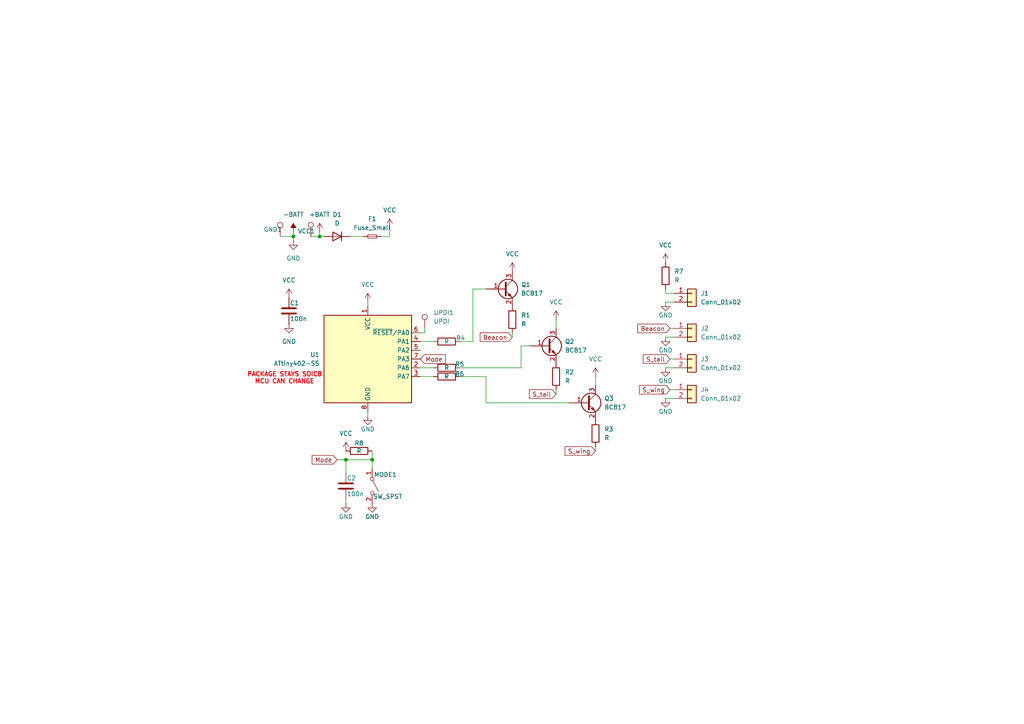
<source format=kicad_sch>
(kicad_sch
	(version 20231120)
	(generator "eeschema")
	(generator_version "8.0")
	(uuid "3fd8a980-4281-4001-8432-ab9e99e1bd83")
	(paper "A4")
	(lib_symbols
		(symbol "Connector:TestPoint"
			(pin_numbers hide)
			(pin_names
				(offset 0.762) hide)
			(exclude_from_sim no)
			(in_bom yes)
			(on_board yes)
			(property "Reference" "TP"
				(at 0 6.858 0)
				(effects
					(font
						(size 1.27 1.27)
					)
				)
			)
			(property "Value" "TestPoint"
				(at 0 5.08 0)
				(effects
					(font
						(size 1.27 1.27)
					)
				)
			)
			(property "Footprint" ""
				(at 5.08 0 0)
				(effects
					(font
						(size 1.27 1.27)
					)
					(hide yes)
				)
			)
			(property "Datasheet" "~"
				(at 5.08 0 0)
				(effects
					(font
						(size 1.27 1.27)
					)
					(hide yes)
				)
			)
			(property "Description" "test point"
				(at 0 0 0)
				(effects
					(font
						(size 1.27 1.27)
					)
					(hide yes)
				)
			)
			(property "ki_keywords" "test point tp"
				(at 0 0 0)
				(effects
					(font
						(size 1.27 1.27)
					)
					(hide yes)
				)
			)
			(property "ki_fp_filters" "Pin* Test*"
				(at 0 0 0)
				(effects
					(font
						(size 1.27 1.27)
					)
					(hide yes)
				)
			)
			(symbol "TestPoint_0_1"
				(circle
					(center 0 3.302)
					(radius 0.762)
					(stroke
						(width 0)
						(type default)
					)
					(fill
						(type none)
					)
				)
			)
			(symbol "TestPoint_1_1"
				(pin passive line
					(at 0 0 90)
					(length 2.54)
					(name "1"
						(effects
							(font
								(size 1.27 1.27)
							)
						)
					)
					(number "1"
						(effects
							(font
								(size 1.27 1.27)
							)
						)
					)
				)
			)
		)
		(symbol "Connector_Generic:Conn_01x02"
			(pin_names
				(offset 1.016) hide)
			(exclude_from_sim no)
			(in_bom yes)
			(on_board yes)
			(property "Reference" "J"
				(at 0 2.54 0)
				(effects
					(font
						(size 1.27 1.27)
					)
				)
			)
			(property "Value" "Conn_01x02"
				(at 0 -5.08 0)
				(effects
					(font
						(size 1.27 1.27)
					)
				)
			)
			(property "Footprint" ""
				(at 0 0 0)
				(effects
					(font
						(size 1.27 1.27)
					)
					(hide yes)
				)
			)
			(property "Datasheet" "~"
				(at 0 0 0)
				(effects
					(font
						(size 1.27 1.27)
					)
					(hide yes)
				)
			)
			(property "Description" "Generic connector, single row, 01x02, script generated (kicad-library-utils/schlib/autogen/connector/)"
				(at 0 0 0)
				(effects
					(font
						(size 1.27 1.27)
					)
					(hide yes)
				)
			)
			(property "ki_keywords" "connector"
				(at 0 0 0)
				(effects
					(font
						(size 1.27 1.27)
					)
					(hide yes)
				)
			)
			(property "ki_fp_filters" "Connector*:*_1x??_*"
				(at 0 0 0)
				(effects
					(font
						(size 1.27 1.27)
					)
					(hide yes)
				)
			)
			(symbol "Conn_01x02_1_1"
				(rectangle
					(start -1.27 -2.413)
					(end 0 -2.667)
					(stroke
						(width 0.1524)
						(type default)
					)
					(fill
						(type none)
					)
				)
				(rectangle
					(start -1.27 0.127)
					(end 0 -0.127)
					(stroke
						(width 0.1524)
						(type default)
					)
					(fill
						(type none)
					)
				)
				(rectangle
					(start -1.27 1.27)
					(end 1.27 -3.81)
					(stroke
						(width 0.254)
						(type default)
					)
					(fill
						(type background)
					)
				)
				(pin passive line
					(at -5.08 0 0)
					(length 3.81)
					(name "Pin_1"
						(effects
							(font
								(size 1.27 1.27)
							)
						)
					)
					(number "1"
						(effects
							(font
								(size 1.27 1.27)
							)
						)
					)
				)
				(pin passive line
					(at -5.08 -2.54 0)
					(length 3.81)
					(name "Pin_2"
						(effects
							(font
								(size 1.27 1.27)
							)
						)
					)
					(number "2"
						(effects
							(font
								(size 1.27 1.27)
							)
						)
					)
				)
			)
		)
		(symbol "Device:C"
			(pin_numbers hide)
			(pin_names
				(offset 0.254)
			)
			(exclude_from_sim no)
			(in_bom yes)
			(on_board yes)
			(property "Reference" "C"
				(at 0.635 2.54 0)
				(effects
					(font
						(size 1.27 1.27)
					)
					(justify left)
				)
			)
			(property "Value" "C"
				(at 0.635 -2.54 0)
				(effects
					(font
						(size 1.27 1.27)
					)
					(justify left)
				)
			)
			(property "Footprint" ""
				(at 0.9652 -3.81 0)
				(effects
					(font
						(size 1.27 1.27)
					)
					(hide yes)
				)
			)
			(property "Datasheet" "~"
				(at 0 0 0)
				(effects
					(font
						(size 1.27 1.27)
					)
					(hide yes)
				)
			)
			(property "Description" "Unpolarized capacitor"
				(at 0 0 0)
				(effects
					(font
						(size 1.27 1.27)
					)
					(hide yes)
				)
			)
			(property "ki_keywords" "cap capacitor"
				(at 0 0 0)
				(effects
					(font
						(size 1.27 1.27)
					)
					(hide yes)
				)
			)
			(property "ki_fp_filters" "C_*"
				(at 0 0 0)
				(effects
					(font
						(size 1.27 1.27)
					)
					(hide yes)
				)
			)
			(symbol "C_0_1"
				(polyline
					(pts
						(xy -2.032 -0.762) (xy 2.032 -0.762)
					)
					(stroke
						(width 0.508)
						(type default)
					)
					(fill
						(type none)
					)
				)
				(polyline
					(pts
						(xy -2.032 0.762) (xy 2.032 0.762)
					)
					(stroke
						(width 0.508)
						(type default)
					)
					(fill
						(type none)
					)
				)
			)
			(symbol "C_1_1"
				(pin passive line
					(at 0 3.81 270)
					(length 2.794)
					(name "~"
						(effects
							(font
								(size 1.27 1.27)
							)
						)
					)
					(number "1"
						(effects
							(font
								(size 1.27 1.27)
							)
						)
					)
				)
				(pin passive line
					(at 0 -3.81 90)
					(length 2.794)
					(name "~"
						(effects
							(font
								(size 1.27 1.27)
							)
						)
					)
					(number "2"
						(effects
							(font
								(size 1.27 1.27)
							)
						)
					)
				)
			)
		)
		(symbol "Device:D"
			(pin_numbers hide)
			(pin_names
				(offset 1.016) hide)
			(exclude_from_sim no)
			(in_bom yes)
			(on_board yes)
			(property "Reference" "D"
				(at 0 2.54 0)
				(effects
					(font
						(size 1.27 1.27)
					)
				)
			)
			(property "Value" "D"
				(at 0 -2.54 0)
				(effects
					(font
						(size 1.27 1.27)
					)
				)
			)
			(property "Footprint" ""
				(at 0 0 0)
				(effects
					(font
						(size 1.27 1.27)
					)
					(hide yes)
				)
			)
			(property "Datasheet" "~"
				(at 0 0 0)
				(effects
					(font
						(size 1.27 1.27)
					)
					(hide yes)
				)
			)
			(property "Description" "Diode"
				(at 0 0 0)
				(effects
					(font
						(size 1.27 1.27)
					)
					(hide yes)
				)
			)
			(property "Sim.Device" "D"
				(at 0 0 0)
				(effects
					(font
						(size 1.27 1.27)
					)
					(hide yes)
				)
			)
			(property "Sim.Pins" "1=K 2=A"
				(at 0 0 0)
				(effects
					(font
						(size 1.27 1.27)
					)
					(hide yes)
				)
			)
			(property "ki_keywords" "diode"
				(at 0 0 0)
				(effects
					(font
						(size 1.27 1.27)
					)
					(hide yes)
				)
			)
			(property "ki_fp_filters" "TO-???* *_Diode_* *SingleDiode* D_*"
				(at 0 0 0)
				(effects
					(font
						(size 1.27 1.27)
					)
					(hide yes)
				)
			)
			(symbol "D_0_1"
				(polyline
					(pts
						(xy -1.27 1.27) (xy -1.27 -1.27)
					)
					(stroke
						(width 0.254)
						(type default)
					)
					(fill
						(type none)
					)
				)
				(polyline
					(pts
						(xy 1.27 0) (xy -1.27 0)
					)
					(stroke
						(width 0)
						(type default)
					)
					(fill
						(type none)
					)
				)
				(polyline
					(pts
						(xy 1.27 1.27) (xy 1.27 -1.27) (xy -1.27 0) (xy 1.27 1.27)
					)
					(stroke
						(width 0.254)
						(type default)
					)
					(fill
						(type none)
					)
				)
			)
			(symbol "D_1_1"
				(pin passive line
					(at -3.81 0 0)
					(length 2.54)
					(name "K"
						(effects
							(font
								(size 1.27 1.27)
							)
						)
					)
					(number "1"
						(effects
							(font
								(size 1.27 1.27)
							)
						)
					)
				)
				(pin passive line
					(at 3.81 0 180)
					(length 2.54)
					(name "A"
						(effects
							(font
								(size 1.27 1.27)
							)
						)
					)
					(number "2"
						(effects
							(font
								(size 1.27 1.27)
							)
						)
					)
				)
			)
		)
		(symbol "Device:Fuse_Small"
			(pin_numbers hide)
			(pin_names
				(offset 0.254) hide)
			(exclude_from_sim no)
			(in_bom yes)
			(on_board yes)
			(property "Reference" "F"
				(at 0 -1.524 0)
				(effects
					(font
						(size 1.27 1.27)
					)
				)
			)
			(property "Value" "Fuse_Small"
				(at 0 1.524 0)
				(effects
					(font
						(size 1.27 1.27)
					)
				)
			)
			(property "Footprint" ""
				(at 0 0 0)
				(effects
					(font
						(size 1.27 1.27)
					)
					(hide yes)
				)
			)
			(property "Datasheet" "~"
				(at 0 0 0)
				(effects
					(font
						(size 1.27 1.27)
					)
					(hide yes)
				)
			)
			(property "Description" "Fuse, small symbol"
				(at 0 0 0)
				(effects
					(font
						(size 1.27 1.27)
					)
					(hide yes)
				)
			)
			(property "ki_keywords" "fuse"
				(at 0 0 0)
				(effects
					(font
						(size 1.27 1.27)
					)
					(hide yes)
				)
			)
			(property "ki_fp_filters" "*Fuse*"
				(at 0 0 0)
				(effects
					(font
						(size 1.27 1.27)
					)
					(hide yes)
				)
			)
			(symbol "Fuse_Small_0_1"
				(rectangle
					(start -1.27 0.508)
					(end 1.27 -0.508)
					(stroke
						(width 0)
						(type default)
					)
					(fill
						(type none)
					)
				)
				(polyline
					(pts
						(xy -1.27 0) (xy 1.27 0)
					)
					(stroke
						(width 0)
						(type default)
					)
					(fill
						(type none)
					)
				)
			)
			(symbol "Fuse_Small_1_1"
				(pin passive line
					(at -2.54 0 0)
					(length 1.27)
					(name "~"
						(effects
							(font
								(size 1.27 1.27)
							)
						)
					)
					(number "1"
						(effects
							(font
								(size 1.27 1.27)
							)
						)
					)
				)
				(pin passive line
					(at 2.54 0 180)
					(length 1.27)
					(name "~"
						(effects
							(font
								(size 1.27 1.27)
							)
						)
					)
					(number "2"
						(effects
							(font
								(size 1.27 1.27)
							)
						)
					)
				)
			)
		)
		(symbol "Device:R"
			(pin_numbers hide)
			(pin_names
				(offset 0)
			)
			(exclude_from_sim no)
			(in_bom yes)
			(on_board yes)
			(property "Reference" "R"
				(at 2.032 0 90)
				(effects
					(font
						(size 1.27 1.27)
					)
				)
			)
			(property "Value" "R"
				(at 0 0 90)
				(effects
					(font
						(size 1.27 1.27)
					)
				)
			)
			(property "Footprint" ""
				(at -1.778 0 90)
				(effects
					(font
						(size 1.27 1.27)
					)
					(hide yes)
				)
			)
			(property "Datasheet" "~"
				(at 0 0 0)
				(effects
					(font
						(size 1.27 1.27)
					)
					(hide yes)
				)
			)
			(property "Description" "Resistor"
				(at 0 0 0)
				(effects
					(font
						(size 1.27 1.27)
					)
					(hide yes)
				)
			)
			(property "ki_keywords" "R res resistor"
				(at 0 0 0)
				(effects
					(font
						(size 1.27 1.27)
					)
					(hide yes)
				)
			)
			(property "ki_fp_filters" "R_*"
				(at 0 0 0)
				(effects
					(font
						(size 1.27 1.27)
					)
					(hide yes)
				)
			)
			(symbol "R_0_1"
				(rectangle
					(start -1.016 -2.54)
					(end 1.016 2.54)
					(stroke
						(width 0.254)
						(type default)
					)
					(fill
						(type none)
					)
				)
			)
			(symbol "R_1_1"
				(pin passive line
					(at 0 3.81 270)
					(length 1.27)
					(name "~"
						(effects
							(font
								(size 1.27 1.27)
							)
						)
					)
					(number "1"
						(effects
							(font
								(size 1.27 1.27)
							)
						)
					)
				)
				(pin passive line
					(at 0 -3.81 90)
					(length 1.27)
					(name "~"
						(effects
							(font
								(size 1.27 1.27)
							)
						)
					)
					(number "2"
						(effects
							(font
								(size 1.27 1.27)
							)
						)
					)
				)
			)
		)
		(symbol "MCU_Microchip_ATtiny:ATtiny402-SS"
			(exclude_from_sim no)
			(in_bom yes)
			(on_board yes)
			(property "Reference" "U"
				(at -12.7 13.97 0)
				(effects
					(font
						(size 1.27 1.27)
					)
					(justify left bottom)
				)
			)
			(property "Value" "ATtiny402-SS"
				(at 2.54 -13.97 0)
				(effects
					(font
						(size 1.27 1.27)
					)
					(justify left top)
				)
			)
			(property "Footprint" "Package_SO:SOIC-8_3.9x4.9mm_P1.27mm"
				(at 0 0 0)
				(effects
					(font
						(size 1.27 1.27)
						(italic yes)
					)
					(hide yes)
				)
			)
			(property "Datasheet" "http://ww1.microchip.com/downloads/en/DeviceDoc/ATtiny202-402-AVR-MCU-with-Core-Independent-Peripherals_and-picoPower-40001969A.pdf"
				(at 0 0 0)
				(effects
					(font
						(size 1.27 1.27)
					)
					(hide yes)
				)
			)
			(property "Description" "20MHz, 4kB Flash, 256B SRAM, 128B EEPROM, SOIC-8"
				(at 0 0 0)
				(effects
					(font
						(size 1.27 1.27)
					)
					(hide yes)
				)
			)
			(property "ki_keywords" "AVR 8bit Microcontroller tinyAVR"
				(at 0 0 0)
				(effects
					(font
						(size 1.27 1.27)
					)
					(hide yes)
				)
			)
			(property "ki_fp_filters" "SOIC*3.9x4.9mm*P1.27mm*"
				(at 0 0 0)
				(effects
					(font
						(size 1.27 1.27)
					)
					(hide yes)
				)
			)
			(symbol "ATtiny402-SS_0_1"
				(rectangle
					(start -12.7 -12.7)
					(end 12.7 12.7)
					(stroke
						(width 0.254)
						(type default)
					)
					(fill
						(type background)
					)
				)
			)
			(symbol "ATtiny402-SS_1_1"
				(pin power_in line
					(at 0 15.24 270)
					(length 2.54)
					(name "VCC"
						(effects
							(font
								(size 1.27 1.27)
							)
						)
					)
					(number "1"
						(effects
							(font
								(size 1.27 1.27)
							)
						)
					)
				)
				(pin bidirectional line
					(at 15.24 -2.54 180)
					(length 2.54)
					(name "PA6"
						(effects
							(font
								(size 1.27 1.27)
							)
						)
					)
					(number "2"
						(effects
							(font
								(size 1.27 1.27)
							)
						)
					)
				)
				(pin bidirectional line
					(at 15.24 -5.08 180)
					(length 2.54)
					(name "PA7"
						(effects
							(font
								(size 1.27 1.27)
							)
						)
					)
					(number "3"
						(effects
							(font
								(size 1.27 1.27)
							)
						)
					)
				)
				(pin bidirectional line
					(at 15.24 5.08 180)
					(length 2.54)
					(name "PA1"
						(effects
							(font
								(size 1.27 1.27)
							)
						)
					)
					(number "4"
						(effects
							(font
								(size 1.27 1.27)
							)
						)
					)
				)
				(pin bidirectional line
					(at 15.24 2.54 180)
					(length 2.54)
					(name "PA2"
						(effects
							(font
								(size 1.27 1.27)
							)
						)
					)
					(number "5"
						(effects
							(font
								(size 1.27 1.27)
							)
						)
					)
				)
				(pin bidirectional line
					(at 15.24 7.62 180)
					(length 2.54)
					(name "~{RESET}/PA0"
						(effects
							(font
								(size 1.27 1.27)
							)
						)
					)
					(number "6"
						(effects
							(font
								(size 1.27 1.27)
							)
						)
					)
				)
				(pin bidirectional line
					(at 15.24 0 180)
					(length 2.54)
					(name "PA3"
						(effects
							(font
								(size 1.27 1.27)
							)
						)
					)
					(number "7"
						(effects
							(font
								(size 1.27 1.27)
							)
						)
					)
				)
				(pin power_in line
					(at 0 -15.24 90)
					(length 2.54)
					(name "GND"
						(effects
							(font
								(size 1.27 1.27)
							)
						)
					)
					(number "8"
						(effects
							(font
								(size 1.27 1.27)
							)
						)
					)
				)
			)
		)
		(symbol "Switch:SW_SPST"
			(pin_names
				(offset 0) hide)
			(exclude_from_sim no)
			(in_bom yes)
			(on_board yes)
			(property "Reference" "SW"
				(at 0 3.175 0)
				(effects
					(font
						(size 1.27 1.27)
					)
				)
			)
			(property "Value" "SW_SPST"
				(at 0 -2.54 0)
				(effects
					(font
						(size 1.27 1.27)
					)
				)
			)
			(property "Footprint" ""
				(at 0 0 0)
				(effects
					(font
						(size 1.27 1.27)
					)
					(hide yes)
				)
			)
			(property "Datasheet" "~"
				(at 0 0 0)
				(effects
					(font
						(size 1.27 1.27)
					)
					(hide yes)
				)
			)
			(property "Description" "Single Pole Single Throw (SPST) switch"
				(at 0 0 0)
				(effects
					(font
						(size 1.27 1.27)
					)
					(hide yes)
				)
			)
			(property "ki_keywords" "switch lever"
				(at 0 0 0)
				(effects
					(font
						(size 1.27 1.27)
					)
					(hide yes)
				)
			)
			(symbol "SW_SPST_0_0"
				(circle
					(center -2.032 0)
					(radius 0.508)
					(stroke
						(width 0)
						(type default)
					)
					(fill
						(type none)
					)
				)
				(polyline
					(pts
						(xy -1.524 0.254) (xy 1.524 1.778)
					)
					(stroke
						(width 0)
						(type default)
					)
					(fill
						(type none)
					)
				)
				(circle
					(center 2.032 0)
					(radius 0.508)
					(stroke
						(width 0)
						(type default)
					)
					(fill
						(type none)
					)
				)
			)
			(symbol "SW_SPST_1_1"
				(pin passive line
					(at -5.08 0 0)
					(length 2.54)
					(name "A"
						(effects
							(font
								(size 1.27 1.27)
							)
						)
					)
					(number "1"
						(effects
							(font
								(size 1.27 1.27)
							)
						)
					)
				)
				(pin passive line
					(at 5.08 0 180)
					(length 2.54)
					(name "B"
						(effects
							(font
								(size 1.27 1.27)
							)
						)
					)
					(number "2"
						(effects
							(font
								(size 1.27 1.27)
							)
						)
					)
				)
			)
		)
		(symbol "Transistor_BJT:BC817"
			(pin_names
				(offset 0) hide)
			(exclude_from_sim no)
			(in_bom yes)
			(on_board yes)
			(property "Reference" "Q"
				(at 5.08 1.905 0)
				(effects
					(font
						(size 1.27 1.27)
					)
					(justify left)
				)
			)
			(property "Value" "BC817"
				(at 5.08 0 0)
				(effects
					(font
						(size 1.27 1.27)
					)
					(justify left)
				)
			)
			(property "Footprint" "Package_TO_SOT_SMD:SOT-23"
				(at 5.08 -1.905 0)
				(effects
					(font
						(size 1.27 1.27)
						(italic yes)
					)
					(justify left)
					(hide yes)
				)
			)
			(property "Datasheet" "https://www.onsemi.com/pub/Collateral/BC818-D.pdf"
				(at 0 0 0)
				(effects
					(font
						(size 1.27 1.27)
					)
					(justify left)
					(hide yes)
				)
			)
			(property "Description" "0.8A Ic, 45V Vce, NPN Transistor, SOT-23"
				(at 0 0 0)
				(effects
					(font
						(size 1.27 1.27)
					)
					(hide yes)
				)
			)
			(property "ki_keywords" "NPN Transistor"
				(at 0 0 0)
				(effects
					(font
						(size 1.27 1.27)
					)
					(hide yes)
				)
			)
			(property "ki_fp_filters" "SOT?23*"
				(at 0 0 0)
				(effects
					(font
						(size 1.27 1.27)
					)
					(hide yes)
				)
			)
			(symbol "BC817_0_1"
				(polyline
					(pts
						(xy 0.635 0.635) (xy 2.54 2.54)
					)
					(stroke
						(width 0)
						(type default)
					)
					(fill
						(type none)
					)
				)
				(polyline
					(pts
						(xy 0.635 -0.635) (xy 2.54 -2.54) (xy 2.54 -2.54)
					)
					(stroke
						(width 0)
						(type default)
					)
					(fill
						(type none)
					)
				)
				(polyline
					(pts
						(xy 0.635 1.905) (xy 0.635 -1.905) (xy 0.635 -1.905)
					)
					(stroke
						(width 0.508)
						(type default)
					)
					(fill
						(type none)
					)
				)
				(polyline
					(pts
						(xy 1.27 -1.778) (xy 1.778 -1.27) (xy 2.286 -2.286) (xy 1.27 -1.778) (xy 1.27 -1.778)
					)
					(stroke
						(width 0)
						(type default)
					)
					(fill
						(type outline)
					)
				)
				(circle
					(center 1.27 0)
					(radius 2.8194)
					(stroke
						(width 0.254)
						(type default)
					)
					(fill
						(type none)
					)
				)
			)
			(symbol "BC817_1_1"
				(pin input line
					(at -5.08 0 0)
					(length 5.715)
					(name "B"
						(effects
							(font
								(size 1.27 1.27)
							)
						)
					)
					(number "1"
						(effects
							(font
								(size 1.27 1.27)
							)
						)
					)
				)
				(pin passive line
					(at 2.54 -5.08 90)
					(length 2.54)
					(name "E"
						(effects
							(font
								(size 1.27 1.27)
							)
						)
					)
					(number "2"
						(effects
							(font
								(size 1.27 1.27)
							)
						)
					)
				)
				(pin passive line
					(at 2.54 5.08 270)
					(length 2.54)
					(name "C"
						(effects
							(font
								(size 1.27 1.27)
							)
						)
					)
					(number "3"
						(effects
							(font
								(size 1.27 1.27)
							)
						)
					)
				)
			)
		)
		(symbol "power:+BATT"
			(power)
			(pin_numbers hide)
			(pin_names
				(offset 0) hide)
			(exclude_from_sim no)
			(in_bom yes)
			(on_board yes)
			(property "Reference" "#PWR"
				(at 0 -3.81 0)
				(effects
					(font
						(size 1.27 1.27)
					)
					(hide yes)
				)
			)
			(property "Value" "+BATT"
				(at 0 3.556 0)
				(effects
					(font
						(size 1.27 1.27)
					)
				)
			)
			(property "Footprint" ""
				(at 0 0 0)
				(effects
					(font
						(size 1.27 1.27)
					)
					(hide yes)
				)
			)
			(property "Datasheet" ""
				(at 0 0 0)
				(effects
					(font
						(size 1.27 1.27)
					)
					(hide yes)
				)
			)
			(property "Description" "Power symbol creates a global label with name \"+BATT\""
				(at 0 0 0)
				(effects
					(font
						(size 1.27 1.27)
					)
					(hide yes)
				)
			)
			(property "ki_keywords" "global power battery"
				(at 0 0 0)
				(effects
					(font
						(size 1.27 1.27)
					)
					(hide yes)
				)
			)
			(symbol "+BATT_0_1"
				(polyline
					(pts
						(xy -0.762 1.27) (xy 0 2.54)
					)
					(stroke
						(width 0)
						(type default)
					)
					(fill
						(type none)
					)
				)
				(polyline
					(pts
						(xy 0 0) (xy 0 2.54)
					)
					(stroke
						(width 0)
						(type default)
					)
					(fill
						(type none)
					)
				)
				(polyline
					(pts
						(xy 0 2.54) (xy 0.762 1.27)
					)
					(stroke
						(width 0)
						(type default)
					)
					(fill
						(type none)
					)
				)
			)
			(symbol "+BATT_1_1"
				(pin power_in line
					(at 0 0 90)
					(length 0)
					(name "~"
						(effects
							(font
								(size 1.27 1.27)
							)
						)
					)
					(number "1"
						(effects
							(font
								(size 1.27 1.27)
							)
						)
					)
				)
			)
		)
		(symbol "power:-BATT"
			(power)
			(pin_numbers hide)
			(pin_names
				(offset 0) hide)
			(exclude_from_sim no)
			(in_bom yes)
			(on_board yes)
			(property "Reference" "#PWR"
				(at 0 -3.81 0)
				(effects
					(font
						(size 1.27 1.27)
					)
					(hide yes)
				)
			)
			(property "Value" "-BATT"
				(at 0 3.556 0)
				(effects
					(font
						(size 1.27 1.27)
					)
				)
			)
			(property "Footprint" ""
				(at 0 0 0)
				(effects
					(font
						(size 1.27 1.27)
					)
					(hide yes)
				)
			)
			(property "Datasheet" ""
				(at 0 0 0)
				(effects
					(font
						(size 1.27 1.27)
					)
					(hide yes)
				)
			)
			(property "Description" "Power symbol creates a global label with name \"-BATT\""
				(at 0 0 0)
				(effects
					(font
						(size 1.27 1.27)
					)
					(hide yes)
				)
			)
			(property "ki_keywords" "global power battery"
				(at 0 0 0)
				(effects
					(font
						(size 1.27 1.27)
					)
					(hide yes)
				)
			)
			(symbol "-BATT_0_1"
				(polyline
					(pts
						(xy 0 0) (xy 0 2.54)
					)
					(stroke
						(width 0)
						(type default)
					)
					(fill
						(type none)
					)
				)
				(polyline
					(pts
						(xy 0.762 1.27) (xy -0.762 1.27) (xy 0 2.54) (xy 0.762 1.27)
					)
					(stroke
						(width 0)
						(type default)
					)
					(fill
						(type outline)
					)
				)
			)
			(symbol "-BATT_1_1"
				(pin power_in line
					(at 0 0 90)
					(length 0)
					(name "~"
						(effects
							(font
								(size 1.27 1.27)
							)
						)
					)
					(number "1"
						(effects
							(font
								(size 1.27 1.27)
							)
						)
					)
				)
			)
		)
		(symbol "power:GND"
			(power)
			(pin_numbers hide)
			(pin_names
				(offset 0) hide)
			(exclude_from_sim no)
			(in_bom yes)
			(on_board yes)
			(property "Reference" "#PWR"
				(at 0 -6.35 0)
				(effects
					(font
						(size 1.27 1.27)
					)
					(hide yes)
				)
			)
			(property "Value" "GND"
				(at 0 -3.81 0)
				(effects
					(font
						(size 1.27 1.27)
					)
				)
			)
			(property "Footprint" ""
				(at 0 0 0)
				(effects
					(font
						(size 1.27 1.27)
					)
					(hide yes)
				)
			)
			(property "Datasheet" ""
				(at 0 0 0)
				(effects
					(font
						(size 1.27 1.27)
					)
					(hide yes)
				)
			)
			(property "Description" "Power symbol creates a global label with name \"GND\" , ground"
				(at 0 0 0)
				(effects
					(font
						(size 1.27 1.27)
					)
					(hide yes)
				)
			)
			(property "ki_keywords" "global power"
				(at 0 0 0)
				(effects
					(font
						(size 1.27 1.27)
					)
					(hide yes)
				)
			)
			(symbol "GND_0_1"
				(polyline
					(pts
						(xy 0 0) (xy 0 -1.27) (xy 1.27 -1.27) (xy 0 -2.54) (xy -1.27 -1.27) (xy 0 -1.27)
					)
					(stroke
						(width 0)
						(type default)
					)
					(fill
						(type none)
					)
				)
			)
			(symbol "GND_1_1"
				(pin power_in line
					(at 0 0 270)
					(length 0)
					(name "~"
						(effects
							(font
								(size 1.27 1.27)
							)
						)
					)
					(number "1"
						(effects
							(font
								(size 1.27 1.27)
							)
						)
					)
				)
			)
		)
		(symbol "power:VCC"
			(power)
			(pin_numbers hide)
			(pin_names
				(offset 0) hide)
			(exclude_from_sim no)
			(in_bom yes)
			(on_board yes)
			(property "Reference" "#PWR"
				(at 0 -3.81 0)
				(effects
					(font
						(size 1.27 1.27)
					)
					(hide yes)
				)
			)
			(property "Value" "VCC"
				(at 0 3.556 0)
				(effects
					(font
						(size 1.27 1.27)
					)
				)
			)
			(property "Footprint" ""
				(at 0 0 0)
				(effects
					(font
						(size 1.27 1.27)
					)
					(hide yes)
				)
			)
			(property "Datasheet" ""
				(at 0 0 0)
				(effects
					(font
						(size 1.27 1.27)
					)
					(hide yes)
				)
			)
			(property "Description" "Power symbol creates a global label with name \"VCC\""
				(at 0 0 0)
				(effects
					(font
						(size 1.27 1.27)
					)
					(hide yes)
				)
			)
			(property "ki_keywords" "global power"
				(at 0 0 0)
				(effects
					(font
						(size 1.27 1.27)
					)
					(hide yes)
				)
			)
			(symbol "VCC_0_1"
				(polyline
					(pts
						(xy -0.762 1.27) (xy 0 2.54)
					)
					(stroke
						(width 0)
						(type default)
					)
					(fill
						(type none)
					)
				)
				(polyline
					(pts
						(xy 0 0) (xy 0 2.54)
					)
					(stroke
						(width 0)
						(type default)
					)
					(fill
						(type none)
					)
				)
				(polyline
					(pts
						(xy 0 2.54) (xy 0.762 1.27)
					)
					(stroke
						(width 0)
						(type default)
					)
					(fill
						(type none)
					)
				)
			)
			(symbol "VCC_1_1"
				(pin power_in line
					(at 0 0 90)
					(length 0)
					(name "~"
						(effects
							(font
								(size 1.27 1.27)
							)
						)
					)
					(number "1"
						(effects
							(font
								(size 1.27 1.27)
							)
						)
					)
				)
			)
		)
	)
	(junction
		(at 107.95 133.35)
		(diameter 0)
		(color 0 0 0 0)
		(uuid "08889273-5fee-4046-b332-414c26b9a7f7")
	)
	(junction
		(at 92.71 68.58)
		(diameter 0)
		(color 0 0 0 0)
		(uuid "423d36ed-b31d-4846-a305-669ad8a948cb")
	)
	(junction
		(at 85.09 68.58)
		(diameter 0)
		(color 0 0 0 0)
		(uuid "a8015dd4-46d1-47ba-808f-c977a62bee69")
	)
	(junction
		(at 100.33 133.35)
		(diameter 0)
		(color 0 0 0 0)
		(uuid "d2a46bc1-5699-4568-b1f0-13b5bb5cb371")
	)
	(wire
		(pts
			(xy 193.04 83.82) (xy 193.04 85.09)
		)
		(stroke
			(width 0)
			(type default)
		)
		(uuid "01332768-f979-4c2c-92ac-04a537b23d3c")
	)
	(wire
		(pts
			(xy 140.97 109.22) (xy 140.97 116.84)
		)
		(stroke
			(width 0)
			(type default)
		)
		(uuid "1328c0d5-989a-4a93-bc80-df8325ba86a9")
	)
	(wire
		(pts
			(xy 133.35 106.68) (xy 151.13 106.68)
		)
		(stroke
			(width 0)
			(type default)
		)
		(uuid "16d9a464-a017-4728-bc0c-b2af2a6a614a")
	)
	(wire
		(pts
			(xy 194.31 95.25) (xy 195.58 95.25)
		)
		(stroke
			(width 0)
			(type default)
		)
		(uuid "1b7ae6c5-fda7-4c1e-b147-8db04b15c16f")
	)
	(wire
		(pts
			(xy 194.31 113.03) (xy 195.58 113.03)
		)
		(stroke
			(width 0)
			(type default)
		)
		(uuid "22e9022a-ef44-455f-a2e8-433b16e67663")
	)
	(wire
		(pts
			(xy 123.19 95.25) (xy 123.19 96.52)
		)
		(stroke
			(width 0)
			(type default)
		)
		(uuid "27c000ea-bb34-4a56-bdfc-989d614d0bd6")
	)
	(wire
		(pts
			(xy 85.09 68.58) (xy 85.09 69.85)
		)
		(stroke
			(width 0)
			(type default)
		)
		(uuid "28e1f219-5463-4b26-bba0-e936036a0775")
	)
	(wire
		(pts
			(xy 85.09 67.31) (xy 85.09 68.58)
		)
		(stroke
			(width 0)
			(type default)
		)
		(uuid "320aea60-da84-4bfd-bb62-ce79c415dfe9")
	)
	(wire
		(pts
			(xy 193.04 85.09) (xy 195.58 85.09)
		)
		(stroke
			(width 0)
			(type default)
		)
		(uuid "3441bd68-c266-497b-b5cd-899677dbb5ec")
	)
	(wire
		(pts
			(xy 172.72 130.81) (xy 172.72 129.54)
		)
		(stroke
			(width 0)
			(type default)
		)
		(uuid "36ded7d6-295c-4db1-86c2-e41a95d7e30e")
	)
	(wire
		(pts
			(xy 100.33 133.35) (xy 107.95 133.35)
		)
		(stroke
			(width 0)
			(type default)
		)
		(uuid "381ef50a-f554-49b2-99ee-adb45d1ff433")
	)
	(wire
		(pts
			(xy 165.1 116.84) (xy 140.97 116.84)
		)
		(stroke
			(width 0)
			(type default)
		)
		(uuid "4d4090a1-1613-479f-ab80-2435d19a19a9")
	)
	(wire
		(pts
			(xy 121.92 106.68) (xy 125.73 106.68)
		)
		(stroke
			(width 0)
			(type default)
		)
		(uuid "511a6d0d-f025-4048-ae74-1d8c19a26896")
	)
	(wire
		(pts
			(xy 107.95 133.35) (xy 107.95 135.89)
		)
		(stroke
			(width 0)
			(type default)
		)
		(uuid "62d82b21-f57c-42d1-a476-171ca7888f92")
	)
	(wire
		(pts
			(xy 133.35 109.22) (xy 140.97 109.22)
		)
		(stroke
			(width 0)
			(type default)
		)
		(uuid "63b9d7ed-132a-4b47-b9fc-d256c17ce0fd")
	)
	(wire
		(pts
			(xy 151.13 100.33) (xy 151.13 106.68)
		)
		(stroke
			(width 0)
			(type default)
		)
		(uuid "6469edff-383e-4fcf-9d1b-f02b75fd4c84")
	)
	(wire
		(pts
			(xy 100.33 133.35) (xy 100.33 137.16)
		)
		(stroke
			(width 0)
			(type default)
		)
		(uuid "67c8d509-7e9d-4d25-b02e-c680cac5ce76")
	)
	(wire
		(pts
			(xy 161.29 92.71) (xy 161.29 95.25)
		)
		(stroke
			(width 0)
			(type default)
		)
		(uuid "69078b26-9367-411b-9ae1-bbe5c9ab68db")
	)
	(wire
		(pts
			(xy 137.16 83.82) (xy 140.97 83.82)
		)
		(stroke
			(width 0)
			(type default)
		)
		(uuid "73f82e9a-f4d9-4b89-a269-c12bbbbfada7")
	)
	(wire
		(pts
			(xy 172.72 109.22) (xy 172.72 111.76)
		)
		(stroke
			(width 0)
			(type default)
		)
		(uuid "7b8d193b-307a-4782-ae77-1a512c007d71")
	)
	(wire
		(pts
			(xy 107.95 130.81) (xy 107.95 133.35)
		)
		(stroke
			(width 0)
			(type default)
		)
		(uuid "7d12c62f-1a61-49b9-a811-b817dcac1aeb")
	)
	(wire
		(pts
			(xy 92.71 68.58) (xy 93.98 68.58)
		)
		(stroke
			(width 0)
			(type default)
		)
		(uuid "7fb784f1-6892-4cd5-b7f4-5ab19e68f58a")
	)
	(wire
		(pts
			(xy 81.28 68.58) (xy 85.09 68.58)
		)
		(stroke
			(width 0)
			(type default)
		)
		(uuid "8076b2af-899c-4dbf-9e71-c3dab86d384c")
	)
	(wire
		(pts
			(xy 194.31 104.14) (xy 195.58 104.14)
		)
		(stroke
			(width 0)
			(type default)
		)
		(uuid "807ed0c4-3754-4e47-bfa6-e4116ac985eb")
	)
	(wire
		(pts
			(xy 151.13 100.33) (xy 153.67 100.33)
		)
		(stroke
			(width 0)
			(type default)
		)
		(uuid "83fd7a49-d85a-44a2-a636-396d5f4d2dbc")
	)
	(wire
		(pts
			(xy 137.16 83.82) (xy 137.16 99.06)
		)
		(stroke
			(width 0)
			(type default)
		)
		(uuid "9128ebf4-e7f7-46e9-8312-071766a83384")
	)
	(wire
		(pts
			(xy 193.04 106.68) (xy 195.58 106.68)
		)
		(stroke
			(width 0)
			(type default)
		)
		(uuid "958fe170-efeb-479a-a662-663fa8a86857")
	)
	(wire
		(pts
			(xy 137.16 99.06) (xy 133.35 99.06)
		)
		(stroke
			(width 0)
			(type default)
		)
		(uuid "95d52fe7-e0b8-44cc-95f6-f79ec79b981d")
	)
	(wire
		(pts
			(xy 123.19 96.52) (xy 121.92 96.52)
		)
		(stroke
			(width 0)
			(type default)
		)
		(uuid "98132510-adc9-4f44-91e3-357d455e9b97")
	)
	(wire
		(pts
			(xy 90.17 68.58) (xy 92.71 68.58)
		)
		(stroke
			(width 0)
			(type default)
		)
		(uuid "985dbf11-a511-4dca-8d64-fcde3947cf49")
	)
	(wire
		(pts
			(xy 148.59 97.79) (xy 148.59 96.52)
		)
		(stroke
			(width 0)
			(type default)
		)
		(uuid "9b520bfd-311d-4468-8b82-d9bd07dbea37")
	)
	(wire
		(pts
			(xy 92.71 67.31) (xy 92.71 68.58)
		)
		(stroke
			(width 0)
			(type default)
		)
		(uuid "a07092f7-bddb-4162-830d-f773cefacda4")
	)
	(wire
		(pts
			(xy 113.03 66.04) (xy 113.03 68.58)
		)
		(stroke
			(width 0)
			(type default)
		)
		(uuid "a20db855-500c-436b-936b-5bbd06d92c91")
	)
	(wire
		(pts
			(xy 193.04 87.63) (xy 195.58 87.63)
		)
		(stroke
			(width 0)
			(type default)
		)
		(uuid "ad7c1c62-336b-4b1c-8a02-a8174f4f346a")
	)
	(wire
		(pts
			(xy 106.68 87.63) (xy 106.68 88.9)
		)
		(stroke
			(width 0)
			(type default)
		)
		(uuid "b0717a3f-fe47-47fa-b634-e5b1e88eab95")
	)
	(wire
		(pts
			(xy 193.04 115.57) (xy 195.58 115.57)
		)
		(stroke
			(width 0)
			(type default)
		)
		(uuid "b6c706ea-e0f5-45cf-9522-21e97e0c7d8b")
	)
	(wire
		(pts
			(xy 97.79 133.35) (xy 100.33 133.35)
		)
		(stroke
			(width 0)
			(type default)
		)
		(uuid "bffe2ee4-9796-487b-bcd2-1bb0159b1dc0")
	)
	(wire
		(pts
			(xy 101.6 68.58) (xy 105.41 68.58)
		)
		(stroke
			(width 0)
			(type default)
		)
		(uuid "c4f664ea-484d-4663-af26-bacb503f43cb")
	)
	(wire
		(pts
			(xy 106.68 120.65) (xy 106.68 119.38)
		)
		(stroke
			(width 0)
			(type default)
		)
		(uuid "cd027602-bddc-4868-bca7-51eaf1a0c74a")
	)
	(wire
		(pts
			(xy 110.49 68.58) (xy 113.03 68.58)
		)
		(stroke
			(width 0)
			(type default)
		)
		(uuid "d6117283-3921-468d-b140-d0693a8a2b5f")
	)
	(wire
		(pts
			(xy 100.33 146.05) (xy 100.33 144.78)
		)
		(stroke
			(width 0)
			(type default)
		)
		(uuid "dfe67188-cd1b-46c1-969b-3f9b725268c0")
	)
	(wire
		(pts
			(xy 161.29 113.03) (xy 161.29 114.3)
		)
		(stroke
			(width 0)
			(type default)
		)
		(uuid "ec295eaf-57dd-4c0b-b672-1878f10285ab")
	)
	(wire
		(pts
			(xy 121.92 99.06) (xy 125.73 99.06)
		)
		(stroke
			(width 0)
			(type default)
		)
		(uuid "ef610936-3eda-4685-9b30-831b4a48878f")
	)
	(wire
		(pts
			(xy 193.04 97.79) (xy 195.58 97.79)
		)
		(stroke
			(width 0)
			(type default)
		)
		(uuid "f0426015-e3aa-412c-8ce1-ca4913167018")
	)
	(wire
		(pts
			(xy 121.92 109.22) (xy 125.73 109.22)
		)
		(stroke
			(width 0)
			(type default)
		)
		(uuid "f1a638e1-b70e-4db5-9215-73ea676ad89a")
	)
	(text "PACKAGE STAYS SOIC8\nMCU CAN CHANGE"
		(exclude_from_sim no)
		(at 82.55 109.728 0)
		(effects
			(font
				(size 1.27 1.27)
				(thickness 0.254)
				(bold yes)
				(color 250 0 0 1)
			)
		)
		(uuid "1fe84a60-9ca9-4ce3-a317-a0f2b7f3c7d3")
	)
	(global_label "Beacon"
		(shape input)
		(at 194.31 95.25 180)
		(fields_autoplaced yes)
		(effects
			(font
				(size 1.27 1.27)
			)
			(justify right)
		)
		(uuid "37606f41-fa66-45f6-939a-d5073bb01dc6")
		(property "Intersheetrefs" "${INTERSHEET_REFS}"
			(at 184.4306 95.25 0)
			(effects
				(font
					(size 1.27 1.27)
				)
				(justify right)
				(hide yes)
			)
		)
	)
	(global_label "Beacon"
		(shape input)
		(at 148.59 97.79 180)
		(fields_autoplaced yes)
		(effects
			(font
				(size 1.27 1.27)
			)
			(justify right)
		)
		(uuid "3e2f4e86-278a-4de9-bf59-8c055082ba56")
		(property "Intersheetrefs" "${INTERSHEET_REFS}"
			(at 138.7106 97.79 0)
			(effects
				(font
					(size 1.27 1.27)
				)
				(justify right)
				(hide yes)
			)
		)
	)
	(global_label "Mode"
		(shape input)
		(at 121.92 104.14 0)
		(fields_autoplaced yes)
		(effects
			(font
				(size 1.27 1.27)
			)
			(justify left)
		)
		(uuid "65d28df9-dd4c-46d0-9e21-a23580a0de66")
		(property "Intersheetrefs" "${INTERSHEET_REFS}"
			(at 129.7432 104.14 0)
			(effects
				(font
					(size 1.27 1.27)
				)
				(justify left)
				(hide yes)
			)
		)
	)
	(global_label "S_wing"
		(shape input)
		(at 172.72 130.81 180)
		(fields_autoplaced yes)
		(effects
			(font
				(size 1.27 1.27)
			)
			(justify right)
		)
		(uuid "71816505-af8c-4058-85e2-9c9f81b047f4")
		(property "Intersheetrefs" "${INTERSHEET_REFS}"
			(at 163.3244 130.81 0)
			(effects
				(font
					(size 1.27 1.27)
				)
				(justify right)
				(hide yes)
			)
		)
	)
	(global_label "S_tail"
		(shape input)
		(at 161.29 114.3 180)
		(fields_autoplaced yes)
		(effects
			(font
				(size 1.27 1.27)
			)
			(justify right)
		)
		(uuid "8fb1932f-5381-47c2-a642-92facbf2ea41")
		(property "Intersheetrefs" "${INTERSHEET_REFS}"
			(at 152.983 114.3 0)
			(effects
				(font
					(size 1.27 1.27)
				)
				(justify right)
				(hide yes)
			)
		)
	)
	(global_label "S_tail"
		(shape input)
		(at 194.31 104.14 180)
		(fields_autoplaced yes)
		(effects
			(font
				(size 1.27 1.27)
			)
			(justify right)
		)
		(uuid "daad7f73-6c7f-4f47-9a11-1162b7a93415")
		(property "Intersheetrefs" "${INTERSHEET_REFS}"
			(at 186.003 104.14 0)
			(effects
				(font
					(size 1.27 1.27)
				)
				(justify right)
				(hide yes)
			)
		)
	)
	(global_label "Mode"
		(shape input)
		(at 97.79 133.35 180)
		(fields_autoplaced yes)
		(effects
			(font
				(size 1.27 1.27)
			)
			(justify right)
		)
		(uuid "ec6f6906-b1cc-47bb-b871-adcb017f6816")
		(property "Intersheetrefs" "${INTERSHEET_REFS}"
			(at 89.9668 133.35 0)
			(effects
				(font
					(size 1.27 1.27)
				)
				(justify right)
				(hide yes)
			)
		)
	)
	(global_label "S_wing"
		(shape input)
		(at 194.31 113.03 180)
		(fields_autoplaced yes)
		(effects
			(font
				(size 1.27 1.27)
			)
			(justify right)
		)
		(uuid "ff078100-1dd5-4d1b-befb-519cc681e6a9")
		(property "Intersheetrefs" "${INTERSHEET_REFS}"
			(at 184.9144 113.03 0)
			(effects
				(font
					(size 1.27 1.27)
				)
				(justify right)
				(hide yes)
			)
		)
	)
	(symbol
		(lib_id "power:GND")
		(at 193.04 106.68 0)
		(unit 1)
		(exclude_from_sim no)
		(in_bom yes)
		(on_board yes)
		(dnp no)
		(uuid "03f61124-4981-4cd1-8bda-57da3a2c3d66")
		(property "Reference" "#PWR015"
			(at 193.04 113.03 0)
			(effects
				(font
					(size 1.27 1.27)
				)
				(hide yes)
			)
		)
		(property "Value" "GND"
			(at 193.04 110.49 0)
			(effects
				(font
					(size 1.27 1.27)
				)
			)
		)
		(property "Footprint" ""
			(at 193.04 106.68 0)
			(effects
				(font
					(size 1.27 1.27)
				)
				(hide yes)
			)
		)
		(property "Datasheet" ""
			(at 193.04 106.68 0)
			(effects
				(font
					(size 1.27 1.27)
				)
				(hide yes)
			)
		)
		(property "Description" "Power symbol creates a global label with name \"GND\" , ground"
			(at 193.04 106.68 0)
			(effects
				(font
					(size 1.27 1.27)
				)
				(hide yes)
			)
		)
		(pin "1"
			(uuid "63464d4d-9920-43bc-9026-ebd3e7d977b0")
		)
		(instances
			(project "Led_module_lite"
				(path "/3fd8a980-4281-4001-8432-ab9e99e1bd83"
					(reference "#PWR015")
					(unit 1)
				)
			)
		)
	)
	(symbol
		(lib_id "Device:R")
		(at 148.59 92.71 0)
		(unit 1)
		(exclude_from_sim no)
		(in_bom yes)
		(on_board yes)
		(dnp no)
		(fields_autoplaced yes)
		(uuid "09053233-328d-4852-ba81-45c7d30843b1")
		(property "Reference" "R1"
			(at 151.13 91.4399 0)
			(effects
				(font
					(size 1.27 1.27)
				)
				(justify left)
			)
		)
		(property "Value" "R"
			(at 151.13 93.9799 0)
			(effects
				(font
					(size 1.27 1.27)
				)
				(justify left)
			)
		)
		(property "Footprint" "Resistor_SMD:R_0603_1608Metric_Pad0.98x0.95mm_HandSolder"
			(at 146.812 92.71 90)
			(effects
				(font
					(size 1.27 1.27)
				)
				(hide yes)
			)
		)
		(property "Datasheet" "~"
			(at 148.59 92.71 0)
			(effects
				(font
					(size 1.27 1.27)
				)
				(hide yes)
			)
		)
		(property "Description" "Resistor"
			(at 148.59 92.71 0)
			(effects
				(font
					(size 1.27 1.27)
				)
				(hide yes)
			)
		)
		(pin "2"
			(uuid "2a45c195-d435-4070-9710-409354cd3163")
		)
		(pin "1"
			(uuid "50cf119c-54fe-4718-ae5e-1c11b86d537c")
		)
		(instances
			(project "Led_module_lite"
				(path "/3fd8a980-4281-4001-8432-ab9e99e1bd83"
					(reference "R1")
					(unit 1)
				)
			)
		)
	)
	(symbol
		(lib_id "Device:R")
		(at 129.54 99.06 90)
		(unit 1)
		(exclude_from_sim no)
		(in_bom yes)
		(on_board yes)
		(dnp no)
		(uuid "0b915594-3404-4c66-8b19-f10f837896bb")
		(property "Reference" "R4"
			(at 133.604 98.044 90)
			(effects
				(font
					(size 1.27 1.27)
				)
			)
		)
		(property "Value" "R"
			(at 129.54 99.06 90)
			(effects
				(font
					(size 1.27 1.27)
				)
			)
		)
		(property "Footprint" "Resistor_SMD:R_0603_1608Metric_Pad0.98x0.95mm_HandSolder"
			(at 129.54 100.838 90)
			(effects
				(font
					(size 1.27 1.27)
				)
				(hide yes)
			)
		)
		(property "Datasheet" "~"
			(at 129.54 99.06 0)
			(effects
				(font
					(size 1.27 1.27)
				)
				(hide yes)
			)
		)
		(property "Description" "Resistor"
			(at 129.54 99.06 0)
			(effects
				(font
					(size 1.27 1.27)
				)
				(hide yes)
			)
		)
		(pin "2"
			(uuid "60c1a98c-aedb-4867-a0de-e5326ef1766e")
		)
		(pin "1"
			(uuid "56cc2e7e-7b21-49d9-86ea-3a7f3311024b")
		)
		(instances
			(project "Led_module_lite"
				(path "/3fd8a980-4281-4001-8432-ab9e99e1bd83"
					(reference "R4")
					(unit 1)
				)
			)
		)
	)
	(symbol
		(lib_id "Connector_Generic:Conn_01x02")
		(at 200.66 95.25 0)
		(unit 1)
		(exclude_from_sim no)
		(in_bom yes)
		(on_board yes)
		(dnp no)
		(fields_autoplaced yes)
		(uuid "0e9af7a3-564f-46e7-bd59-042be3c22efd")
		(property "Reference" "J2"
			(at 203.2 95.2499 0)
			(effects
				(font
					(size 1.27 1.27)
				)
				(justify left)
			)
		)
		(property "Value" "Conn_01x02"
			(at 203.2 97.7899 0)
			(effects
				(font
					(size 1.27 1.27)
				)
				(justify left)
			)
		)
		(property "Footprint" "Connector_PinHeader_1.27mm:PinHeader_1x02_P1.27mm_Vertical"
			(at 200.66 95.25 0)
			(effects
				(font
					(size 1.27 1.27)
				)
				(hide yes)
			)
		)
		(property "Datasheet" "~"
			(at 200.66 95.25 0)
			(effects
				(font
					(size 1.27 1.27)
				)
				(hide yes)
			)
		)
		(property "Description" "Generic connector, single row, 01x02, script generated (kicad-library-utils/schlib/autogen/connector/)"
			(at 200.66 95.25 0)
			(effects
				(font
					(size 1.27 1.27)
				)
				(hide yes)
			)
		)
		(pin "2"
			(uuid "234e0aad-f4d6-47c9-9bc2-d1c436b6a873")
		)
		(pin "1"
			(uuid "21a20290-3866-4595-bf4d-de24abee2ac2")
		)
		(instances
			(project "Led_module_lite"
				(path "/3fd8a980-4281-4001-8432-ab9e99e1bd83"
					(reference "J2")
					(unit 1)
				)
			)
		)
	)
	(symbol
		(lib_id "Connector:TestPoint")
		(at 90.17 68.58 0)
		(unit 1)
		(exclude_from_sim no)
		(in_bom yes)
		(on_board yes)
		(dnp no)
		(uuid "1dba870f-450c-45ef-ab6d-6a415f0c0419")
		(property "Reference" "VCC1"
			(at 86.36 67.056 0)
			(effects
				(font
					(size 1.27 1.27)
				)
				(justify left)
			)
		)
		(property "Value" "TestPoint"
			(at 92.71 66.5479 0)
			(effects
				(font
					(size 1.27 1.27)
				)
				(justify left)
				(hide yes)
			)
		)
		(property "Footprint" "TestPoint:TestPoint_THTPad_1.5x1.5mm_Drill0.7mm"
			(at 95.25 68.58 0)
			(effects
				(font
					(size 1.27 1.27)
				)
				(hide yes)
			)
		)
		(property "Datasheet" "~"
			(at 95.25 68.58 0)
			(effects
				(font
					(size 1.27 1.27)
				)
				(hide yes)
			)
		)
		(property "Description" "test point"
			(at 90.17 68.58 0)
			(effects
				(font
					(size 1.27 1.27)
				)
				(hide yes)
			)
		)
		(pin "1"
			(uuid "cb13e4f9-d152-4e2f-99b7-e9b96a4899be")
		)
		(instances
			(project ""
				(path "/3fd8a980-4281-4001-8432-ab9e99e1bd83"
					(reference "VCC1")
					(unit 1)
				)
			)
		)
	)
	(symbol
		(lib_id "Device:R")
		(at 193.04 80.01 0)
		(unit 1)
		(exclude_from_sim no)
		(in_bom yes)
		(on_board yes)
		(dnp no)
		(fields_autoplaced yes)
		(uuid "308f55ca-5538-4982-9210-54b8002089e5")
		(property "Reference" "R7"
			(at 195.58 78.7399 0)
			(effects
				(font
					(size 1.27 1.27)
				)
				(justify left)
			)
		)
		(property "Value" "R"
			(at 195.58 81.2799 0)
			(effects
				(font
					(size 1.27 1.27)
				)
				(justify left)
			)
		)
		(property "Footprint" "Resistor_SMD:R_0603_1608Metric_Pad0.98x0.95mm_HandSolder"
			(at 191.262 80.01 90)
			(effects
				(font
					(size 1.27 1.27)
				)
				(hide yes)
			)
		)
		(property "Datasheet" "~"
			(at 193.04 80.01 0)
			(effects
				(font
					(size 1.27 1.27)
				)
				(hide yes)
			)
		)
		(property "Description" "Resistor"
			(at 193.04 80.01 0)
			(effects
				(font
					(size 1.27 1.27)
				)
				(hide yes)
			)
		)
		(pin "2"
			(uuid "ceeecae6-72d4-4c57-9ede-b3f379a8ab7b")
		)
		(pin "1"
			(uuid "098a3e95-6bfe-4d15-8499-33eaac26d435")
		)
		(instances
			(project "Led_module_lite"
				(path "/3fd8a980-4281-4001-8432-ab9e99e1bd83"
					(reference "R7")
					(unit 1)
				)
			)
		)
	)
	(symbol
		(lib_id "power:GND")
		(at 100.33 146.05 0)
		(unit 1)
		(exclude_from_sim no)
		(in_bom yes)
		(on_board yes)
		(dnp no)
		(uuid "35d7cf62-7ad0-4edf-a459-8eecbed173dd")
		(property "Reference" "#PWR05"
			(at 100.33 152.4 0)
			(effects
				(font
					(size 1.27 1.27)
				)
				(hide yes)
			)
		)
		(property "Value" "GND"
			(at 100.33 149.86 0)
			(effects
				(font
					(size 1.27 1.27)
				)
			)
		)
		(property "Footprint" ""
			(at 100.33 146.05 0)
			(effects
				(font
					(size 1.27 1.27)
				)
				(hide yes)
			)
		)
		(property "Datasheet" ""
			(at 100.33 146.05 0)
			(effects
				(font
					(size 1.27 1.27)
				)
				(hide yes)
			)
		)
		(property "Description" "Power symbol creates a global label with name \"GND\" , ground"
			(at 100.33 146.05 0)
			(effects
				(font
					(size 1.27 1.27)
				)
				(hide yes)
			)
		)
		(pin "1"
			(uuid "7b81361b-0ec9-4a4f-aa70-916772009fbf")
		)
		(instances
			(project "Led_module_lite"
				(path "/3fd8a980-4281-4001-8432-ab9e99e1bd83"
					(reference "#PWR05")
					(unit 1)
				)
			)
		)
	)
	(symbol
		(lib_id "Device:D")
		(at 97.79 68.58 180)
		(unit 1)
		(exclude_from_sim no)
		(in_bom yes)
		(on_board yes)
		(dnp no)
		(fields_autoplaced yes)
		(uuid "3eb04621-d986-46bc-9220-b389ae8f8d42")
		(property "Reference" "D1"
			(at 97.79 62.23 0)
			(effects
				(font
					(size 1.27 1.27)
				)
			)
		)
		(property "Value" "D"
			(at 97.79 64.77 0)
			(effects
				(font
					(size 1.27 1.27)
				)
			)
		)
		(property "Footprint" "Diode_SMD:D_SMA"
			(at 97.79 68.58 0)
			(effects
				(font
					(size 1.27 1.27)
				)
				(hide yes)
			)
		)
		(property "Datasheet" "~"
			(at 97.79 68.58 0)
			(effects
				(font
					(size 1.27 1.27)
				)
				(hide yes)
			)
		)
		(property "Description" "Diode"
			(at 97.79 68.58 0)
			(effects
				(font
					(size 1.27 1.27)
				)
				(hide yes)
			)
		)
		(property "Sim.Device" "D"
			(at 97.79 68.58 0)
			(effects
				(font
					(size 1.27 1.27)
				)
				(hide yes)
			)
		)
		(property "Sim.Pins" "1=K 2=A"
			(at 97.79 68.58 0)
			(effects
				(font
					(size 1.27 1.27)
				)
				(hide yes)
			)
		)
		(pin "1"
			(uuid "24705eb1-88fa-40eb-bb28-1f3f4f340238")
		)
		(pin "2"
			(uuid "0b489de8-cd52-4ab9-8717-093ba373245b")
		)
		(instances
			(project ""
				(path "/3fd8a980-4281-4001-8432-ab9e99e1bd83"
					(reference "D1")
					(unit 1)
				)
			)
		)
	)
	(symbol
		(lib_id "Device:R")
		(at 104.14 130.81 90)
		(unit 1)
		(exclude_from_sim no)
		(in_bom yes)
		(on_board yes)
		(dnp no)
		(uuid "4376af73-3ed1-47e7-ade2-9b394375146e")
		(property "Reference" "R8"
			(at 104.14 128.524 90)
			(effects
				(font
					(size 1.27 1.27)
				)
			)
		)
		(property "Value" "R"
			(at 104.14 130.81 90)
			(effects
				(font
					(size 1.27 1.27)
				)
			)
		)
		(property "Footprint" "Resistor_SMD:R_0603_1608Metric_Pad0.98x0.95mm_HandSolder"
			(at 104.14 132.588 90)
			(effects
				(font
					(size 1.27 1.27)
				)
				(hide yes)
			)
		)
		(property "Datasheet" "~"
			(at 104.14 130.81 0)
			(effects
				(font
					(size 1.27 1.27)
				)
				(hide yes)
			)
		)
		(property "Description" "Resistor"
			(at 104.14 130.81 0)
			(effects
				(font
					(size 1.27 1.27)
				)
				(hide yes)
			)
		)
		(pin "2"
			(uuid "c010e0cf-d673-4e4d-b3fb-5d039768d475")
		)
		(pin "1"
			(uuid "1cd800e9-c243-45cf-a6f7-69d85e630507")
		)
		(instances
			(project "Led_module_lite"
				(path "/3fd8a980-4281-4001-8432-ab9e99e1bd83"
					(reference "R8")
					(unit 1)
				)
			)
		)
	)
	(symbol
		(lib_id "power:GND")
		(at 85.09 69.85 0)
		(unit 1)
		(exclude_from_sim no)
		(in_bom yes)
		(on_board yes)
		(dnp no)
		(fields_autoplaced yes)
		(uuid "4385fe2b-fd4d-4695-9813-3a68bfae307c")
		(property "Reference" "#PWR013"
			(at 85.09 76.2 0)
			(effects
				(font
					(size 1.27 1.27)
				)
				(hide yes)
			)
		)
		(property "Value" "GND"
			(at 85.09 74.93 0)
			(effects
				(font
					(size 1.27 1.27)
				)
			)
		)
		(property "Footprint" ""
			(at 85.09 69.85 0)
			(effects
				(font
					(size 1.27 1.27)
				)
				(hide yes)
			)
		)
		(property "Datasheet" ""
			(at 85.09 69.85 0)
			(effects
				(font
					(size 1.27 1.27)
				)
				(hide yes)
			)
		)
		(property "Description" "Power symbol creates a global label with name \"GND\" , ground"
			(at 85.09 69.85 0)
			(effects
				(font
					(size 1.27 1.27)
				)
				(hide yes)
			)
		)
		(pin "1"
			(uuid "16ea7e3f-9521-4d11-9f9b-3e95186d9130")
		)
		(instances
			(project ""
				(path "/3fd8a980-4281-4001-8432-ab9e99e1bd83"
					(reference "#PWR013")
					(unit 1)
				)
			)
		)
	)
	(symbol
		(lib_id "Switch:SW_SPST")
		(at 107.95 140.97 270)
		(unit 1)
		(exclude_from_sim no)
		(in_bom yes)
		(on_board yes)
		(dnp no)
		(uuid "46bc37b8-6a8c-457b-bb63-aded34ddf065")
		(property "Reference" "MODE1"
			(at 108.458 137.668 90)
			(effects
				(font
					(size 1.27 1.27)
				)
				(justify left)
			)
		)
		(property "Value" "SW_SPST"
			(at 108.204 144.018 90)
			(effects
				(font
					(size 1.27 1.27)
				)
				(justify left)
			)
		)
		(property "Footprint" "Button_Switch_THT:SW_DIP_SPSTx01_Slide_6.7x4.1mm_W7.62mm_P2.54mm_LowProfile"
			(at 107.95 140.97 0)
			(effects
				(font
					(size 1.27 1.27)
				)
				(hide yes)
			)
		)
		(property "Datasheet" "DS1040-01RN"
			(at 107.95 140.97 0)
			(effects
				(font
					(size 1.27 1.27)
				)
				(hide yes)
			)
		)
		(property "Description" "Mode sw for airbus and boeing"
			(at 107.95 140.97 0)
			(effects
				(font
					(size 1.27 1.27)
				)
				(hide yes)
			)
		)
		(pin "2"
			(uuid "0bf791fa-5bc1-4ed4-9abf-ee04adf6eb51")
		)
		(pin "1"
			(uuid "55ed2ec5-4888-4d99-a816-912fd8e91206")
		)
		(instances
			(project "Led_module_lite"
				(path "/3fd8a980-4281-4001-8432-ab9e99e1bd83"
					(reference "MODE1")
					(unit 1)
				)
			)
		)
	)
	(symbol
		(lib_id "power:VCC")
		(at 193.04 76.2 0)
		(unit 1)
		(exclude_from_sim no)
		(in_bom yes)
		(on_board yes)
		(dnp no)
		(fields_autoplaced yes)
		(uuid "4c70fbf7-7cf8-4877-b07f-e368dca5ec88")
		(property "Reference" "#PWR018"
			(at 193.04 80.01 0)
			(effects
				(font
					(size 1.27 1.27)
				)
				(hide yes)
			)
		)
		(property "Value" "VCC"
			(at 193.04 71.12 0)
			(effects
				(font
					(size 1.27 1.27)
				)
			)
		)
		(property "Footprint" ""
			(at 193.04 76.2 0)
			(effects
				(font
					(size 1.27 1.27)
				)
				(hide yes)
			)
		)
		(property "Datasheet" ""
			(at 193.04 76.2 0)
			(effects
				(font
					(size 1.27 1.27)
				)
				(hide yes)
			)
		)
		(property "Description" "Power symbol creates a global label with name \"VCC\""
			(at 193.04 76.2 0)
			(effects
				(font
					(size 1.27 1.27)
				)
				(hide yes)
			)
		)
		(pin "1"
			(uuid "5fd25131-490f-4dc0-a99f-8bca75f8878e")
		)
		(instances
			(project "Led_module_lite"
				(path "/3fd8a980-4281-4001-8432-ab9e99e1bd83"
					(reference "#PWR018")
					(unit 1)
				)
			)
		)
	)
	(symbol
		(lib_id "Device:C")
		(at 100.33 140.97 0)
		(unit 1)
		(exclude_from_sim no)
		(in_bom yes)
		(on_board yes)
		(dnp no)
		(uuid "4fce4e62-48c0-470d-bd11-6144420c9227")
		(property "Reference" "C2"
			(at 100.584 138.684 0)
			(effects
				(font
					(size 1.27 1.27)
				)
				(justify left)
			)
		)
		(property "Value" "100n"
			(at 100.584 143.256 0)
			(effects
				(font
					(size 1.27 1.27)
				)
				(justify left)
			)
		)
		(property "Footprint" "Capacitor_SMD:C_0603_1608Metric_Pad1.08x0.95mm_HandSolder"
			(at 101.2952 144.78 0)
			(effects
				(font
					(size 1.27 1.27)
				)
				(hide yes)
			)
		)
		(property "Datasheet" "~"
			(at 100.33 140.97 0)
			(effects
				(font
					(size 1.27 1.27)
				)
				(hide yes)
			)
		)
		(property "Description" "close to pin1"
			(at 100.33 140.97 0)
			(effects
				(font
					(size 1.27 1.27)
				)
				(hide yes)
			)
		)
		(pin "2"
			(uuid "3767080b-5452-4a03-a724-23811b43ffd9")
		)
		(pin "1"
			(uuid "d0b170bb-0384-43ef-a75c-5b0db90eb0e9")
		)
		(instances
			(project "Led_module_lite"
				(path "/3fd8a980-4281-4001-8432-ab9e99e1bd83"
					(reference "C2")
					(unit 1)
				)
			)
		)
	)
	(symbol
		(lib_id "power:VCC")
		(at 113.03 66.04 0)
		(unit 1)
		(exclude_from_sim no)
		(in_bom yes)
		(on_board yes)
		(dnp no)
		(fields_autoplaced yes)
		(uuid "5674e98b-df71-4a7c-b928-df7c5c006aee")
		(property "Reference" "#PWR010"
			(at 113.03 69.85 0)
			(effects
				(font
					(size 1.27 1.27)
				)
				(hide yes)
			)
		)
		(property "Value" "VCC"
			(at 113.03 60.96 0)
			(effects
				(font
					(size 1.27 1.27)
				)
			)
		)
		(property "Footprint" ""
			(at 113.03 66.04 0)
			(effects
				(font
					(size 1.27 1.27)
				)
				(hide yes)
			)
		)
		(property "Datasheet" ""
			(at 113.03 66.04 0)
			(effects
				(font
					(size 1.27 1.27)
				)
				(hide yes)
			)
		)
		(property "Description" "Power symbol creates a global label with name \"VCC\""
			(at 113.03 66.04 0)
			(effects
				(font
					(size 1.27 1.27)
				)
				(hide yes)
			)
		)
		(pin "1"
			(uuid "92d70a4c-006c-4cb6-9e5a-82bb697b5d2d")
		)
		(instances
			(project "Led_module_lite"
				(path "/3fd8a980-4281-4001-8432-ab9e99e1bd83"
					(reference "#PWR010")
					(unit 1)
				)
			)
		)
	)
	(symbol
		(lib_id "power:-BATT")
		(at 85.09 67.31 0)
		(unit 1)
		(exclude_from_sim no)
		(in_bom yes)
		(on_board yes)
		(dnp no)
		(fields_autoplaced yes)
		(uuid "5c40a1fb-0862-41e7-9c74-fb2a7cede8cd")
		(property "Reference" "#PWR012"
			(at 85.09 71.12 0)
			(effects
				(font
					(size 1.27 1.27)
				)
				(hide yes)
			)
		)
		(property "Value" "-BATT"
			(at 85.09 62.23 0)
			(effects
				(font
					(size 1.27 1.27)
				)
			)
		)
		(property "Footprint" ""
			(at 85.09 67.31 0)
			(effects
				(font
					(size 1.27 1.27)
				)
				(hide yes)
			)
		)
		(property "Datasheet" ""
			(at 85.09 67.31 0)
			(effects
				(font
					(size 1.27 1.27)
				)
				(hide yes)
			)
		)
		(property "Description" "Power symbol creates a global label with name \"-BATT\""
			(at 85.09 67.31 0)
			(effects
				(font
					(size 1.27 1.27)
				)
				(hide yes)
			)
		)
		(pin "1"
			(uuid "730318a1-f87a-4709-8b51-4e4416f26ab5")
		)
		(instances
			(project ""
				(path "/3fd8a980-4281-4001-8432-ab9e99e1bd83"
					(reference "#PWR012")
					(unit 1)
				)
			)
		)
	)
	(symbol
		(lib_id "Device:Fuse_Small")
		(at 107.95 68.58 0)
		(unit 1)
		(exclude_from_sim no)
		(in_bom yes)
		(on_board yes)
		(dnp no)
		(fields_autoplaced yes)
		(uuid "69e26f8b-399b-400e-acf6-3fc5cbb2682b")
		(property "Reference" "F1"
			(at 107.95 63.5 0)
			(effects
				(font
					(size 1.27 1.27)
				)
			)
		)
		(property "Value" "Fuse_Small"
			(at 107.95 66.04 0)
			(effects
				(font
					(size 1.27 1.27)
				)
			)
		)
		(property "Footprint" "Fuse:Fuse_1206_3216Metric_Pad1.42x1.75mm_HandSolder"
			(at 107.95 68.58 0)
			(effects
				(font
					(size 1.27 1.27)
				)
				(hide yes)
			)
		)
		(property "Datasheet" "~"
			(at 107.95 68.58 0)
			(effects
				(font
					(size 1.27 1.27)
				)
				(hide yes)
			)
		)
		(property "Description" "Fuse, small symbol"
			(at 107.95 68.58 0)
			(effects
				(font
					(size 1.27 1.27)
				)
				(hide yes)
			)
		)
		(pin "1"
			(uuid "9bcd8e4e-de6f-4832-81bc-f51a776a8440")
		)
		(pin "2"
			(uuid "39d16616-7d96-4b99-8aab-6eff125c8f14")
		)
		(instances
			(project ""
				(path "/3fd8a980-4281-4001-8432-ab9e99e1bd83"
					(reference "F1")
					(unit 1)
				)
			)
		)
	)
	(symbol
		(lib_id "Connector:TestPoint")
		(at 123.19 95.25 0)
		(unit 1)
		(exclude_from_sim no)
		(in_bom yes)
		(on_board yes)
		(dnp no)
		(fields_autoplaced yes)
		(uuid "710e86d0-37d2-4afe-bcdd-8cadcf4fd92f")
		(property "Reference" "UPDI1"
			(at 125.73 90.6779 0)
			(effects
				(font
					(size 1.27 1.27)
				)
				(justify left)
			)
		)
		(property "Value" "UPDI"
			(at 125.73 93.2179 0)
			(effects
				(font
					(size 1.27 1.27)
				)
				(justify left)
			)
		)
		(property "Footprint" "TestPoint:TestPoint_THTPad_D1.0mm_Drill0.5mm"
			(at 128.27 95.25 0)
			(effects
				(font
					(size 1.27 1.27)
				)
				(hide yes)
			)
		)
		(property "Datasheet" "~"
			(at 128.27 95.25 0)
			(effects
				(font
					(size 1.27 1.27)
				)
				(hide yes)
			)
		)
		(property "Description" "test point"
			(at 123.19 95.25 0)
			(effects
				(font
					(size 1.27 1.27)
				)
				(hide yes)
			)
		)
		(pin "1"
			(uuid "ee1cb14e-1283-4a02-844b-8815d0dc1df2")
		)
		(instances
			(project ""
				(path "/3fd8a980-4281-4001-8432-ab9e99e1bd83"
					(reference "UPDI1")
					(unit 1)
				)
			)
		)
	)
	(symbol
		(lib_id "Device:C")
		(at 83.82 90.17 0)
		(unit 1)
		(exclude_from_sim no)
		(in_bom yes)
		(on_board yes)
		(dnp no)
		(uuid "76b5325d-6f5d-4f15-99de-b8f2dd9799f8")
		(property "Reference" "C1"
			(at 84.074 87.884 0)
			(effects
				(font
					(size 1.27 1.27)
				)
				(justify left)
			)
		)
		(property "Value" "100n"
			(at 84.074 92.456 0)
			(effects
				(font
					(size 1.27 1.27)
				)
				(justify left)
			)
		)
		(property "Footprint" "Capacitor_SMD:C_0603_1608Metric_Pad1.08x0.95mm_HandSolder"
			(at 84.7852 93.98 0)
			(effects
				(font
					(size 1.27 1.27)
				)
				(hide yes)
			)
		)
		(property "Datasheet" "~"
			(at 83.82 90.17 0)
			(effects
				(font
					(size 1.27 1.27)
				)
				(hide yes)
			)
		)
		(property "Description" "close to pin1"
			(at 83.82 90.17 0)
			(effects
				(font
					(size 1.27 1.27)
				)
				(hide yes)
			)
		)
		(pin "2"
			(uuid "3334c8c3-ddc6-4f1b-ab2b-5a23027b269c")
		)
		(pin "1"
			(uuid "12bf9ea0-37f4-442a-8c65-5f03fb04229b")
		)
		(instances
			(project ""
				(path "/3fd8a980-4281-4001-8432-ab9e99e1bd83"
					(reference "C1")
					(unit 1)
				)
			)
		)
	)
	(symbol
		(lib_id "MCU_Microchip_ATtiny:ATtiny402-SS")
		(at 106.68 104.14 0)
		(unit 1)
		(exclude_from_sim no)
		(in_bom yes)
		(on_board yes)
		(dnp no)
		(fields_autoplaced yes)
		(uuid "78de21c7-203b-41df-93b9-b1f86a56536c")
		(property "Reference" "U1"
			(at 92.71 102.8699 0)
			(effects
				(font
					(size 1.27 1.27)
				)
				(justify right)
			)
		)
		(property "Value" "ATtiny402-SS"
			(at 92.71 105.4099 0)
			(effects
				(font
					(size 1.27 1.27)
				)
				(justify right)
			)
		)
		(property "Footprint" "Package_SO:SOIC-8_3.9x4.9mm_P1.27mm"
			(at 106.68 104.14 0)
			(effects
				(font
					(size 1.27 1.27)
					(italic yes)
				)
				(hide yes)
			)
		)
		(property "Datasheet" "http://ww1.microchip.com/downloads/en/DeviceDoc/ATtiny202-402-AVR-MCU-with-Core-Independent-Peripherals_and-picoPower-40001969A.pdf"
			(at 106.68 104.14 0)
			(effects
				(font
					(size 1.27 1.27)
				)
				(hide yes)
			)
		)
		(property "Description" "20MHz, 4kB Flash, 256B SRAM, 128B EEPROM, SOIC-8"
			(at 106.68 104.14 0)
			(effects
				(font
					(size 1.27 1.27)
				)
				(hide yes)
			)
		)
		(pin "3"
			(uuid "2df3cf83-f1cb-4740-9251-eeff55e4fc18")
		)
		(pin "6"
			(uuid "a622665e-bee2-40cb-b7de-6790069af522")
		)
		(pin "2"
			(uuid "47edf972-591f-47df-bd57-0fde5637ebfb")
		)
		(pin "5"
			(uuid "d26d5a62-9f87-4ab8-ac74-c591d472ebdf")
		)
		(pin "8"
			(uuid "6ba34edd-518a-4cf8-aae2-9b2509de1a9c")
		)
		(pin "1"
			(uuid "5e69be79-1309-401e-8124-2a6d87b94d2c")
		)
		(pin "4"
			(uuid "e7c735c4-493f-4379-83e9-a25d16811dcf")
		)
		(pin "7"
			(uuid "d315c9df-9868-4330-b845-b4494cb7becf")
		)
		(instances
			(project ""
				(path "/3fd8a980-4281-4001-8432-ab9e99e1bd83"
					(reference "U1")
					(unit 1)
				)
			)
		)
	)
	(symbol
		(lib_id "Connector:TestPoint")
		(at 81.28 68.58 0)
		(unit 1)
		(exclude_from_sim no)
		(in_bom yes)
		(on_board yes)
		(dnp no)
		(uuid "7a52bb86-ea65-4671-a806-b71ea273597e")
		(property "Reference" "GND1"
			(at 76.454 66.548 0)
			(effects
				(font
					(size 1.27 1.27)
				)
				(justify left)
			)
		)
		(property "Value" "TestPoint"
			(at 74.422 69.85 0)
			(effects
				(font
					(size 1.27 1.27)
				)
				(justify left)
				(hide yes)
			)
		)
		(property "Footprint" "TestPoint:TestPoint_THTPad_1.5x1.5mm_Drill0.7mm"
			(at 86.36 68.58 0)
			(effects
				(font
					(size 1.27 1.27)
				)
				(hide yes)
			)
		)
		(property "Datasheet" "~"
			(at 86.36 68.58 0)
			(effects
				(font
					(size 1.27 1.27)
				)
				(hide yes)
			)
		)
		(property "Description" "test point"
			(at 81.28 68.58 0)
			(effects
				(font
					(size 1.27 1.27)
				)
				(hide yes)
			)
		)
		(pin "1"
			(uuid "e87de909-10cc-4520-b0a8-68302baf3ee4")
		)
		(instances
			(project ""
				(path "/3fd8a980-4281-4001-8432-ab9e99e1bd83"
					(reference "GND1")
					(unit 1)
				)
			)
		)
	)
	(symbol
		(lib_id "Connector_Generic:Conn_01x02")
		(at 200.66 113.03 0)
		(unit 1)
		(exclude_from_sim no)
		(in_bom yes)
		(on_board yes)
		(dnp no)
		(fields_autoplaced yes)
		(uuid "836148db-c6ce-48de-a74a-00cc8ec130cf")
		(property "Reference" "J4"
			(at 203.2 113.0299 0)
			(effects
				(font
					(size 1.27 1.27)
				)
				(justify left)
			)
		)
		(property "Value" "Conn_01x02"
			(at 203.2 115.5699 0)
			(effects
				(font
					(size 1.27 1.27)
				)
				(justify left)
			)
		)
		(property "Footprint" "Connector_PinHeader_1.27mm:PinHeader_1x02_P1.27mm_Vertical"
			(at 200.66 113.03 0)
			(effects
				(font
					(size 1.27 1.27)
				)
				(hide yes)
			)
		)
		(property "Datasheet" "~"
			(at 200.66 113.03 0)
			(effects
				(font
					(size 1.27 1.27)
				)
				(hide yes)
			)
		)
		(property "Description" "Generic connector, single row, 01x02, script generated (kicad-library-utils/schlib/autogen/connector/)"
			(at 200.66 113.03 0)
			(effects
				(font
					(size 1.27 1.27)
				)
				(hide yes)
			)
		)
		(pin "2"
			(uuid "43086e07-b9b9-4039-b5a9-4978eb3ad910")
		)
		(pin "1"
			(uuid "28b8b147-c38f-41d2-b12e-3ece0949507a")
		)
		(instances
			(project "Led_module_lite"
				(path "/3fd8a980-4281-4001-8432-ab9e99e1bd83"
					(reference "J4")
					(unit 1)
				)
			)
		)
	)
	(symbol
		(lib_id "power:VCC")
		(at 100.33 130.81 0)
		(unit 1)
		(exclude_from_sim no)
		(in_bom yes)
		(on_board yes)
		(dnp no)
		(fields_autoplaced yes)
		(uuid "8992c8e2-3529-4662-a895-1e512a4e0e8e")
		(property "Reference" "#PWR019"
			(at 100.33 134.62 0)
			(effects
				(font
					(size 1.27 1.27)
				)
				(hide yes)
			)
		)
		(property "Value" "VCC"
			(at 100.33 125.73 0)
			(effects
				(font
					(size 1.27 1.27)
				)
			)
		)
		(property "Footprint" ""
			(at 100.33 130.81 0)
			(effects
				(font
					(size 1.27 1.27)
				)
				(hide yes)
			)
		)
		(property "Datasheet" ""
			(at 100.33 130.81 0)
			(effects
				(font
					(size 1.27 1.27)
				)
				(hide yes)
			)
		)
		(property "Description" "Power symbol creates a global label with name \"VCC\""
			(at 100.33 130.81 0)
			(effects
				(font
					(size 1.27 1.27)
				)
				(hide yes)
			)
		)
		(pin "1"
			(uuid "83e737c8-2069-4e26-9111-31283c1dae36")
		)
		(instances
			(project "Led_module_lite"
				(path "/3fd8a980-4281-4001-8432-ab9e99e1bd83"
					(reference "#PWR019")
					(unit 1)
				)
			)
		)
	)
	(symbol
		(lib_id "power:VCC")
		(at 148.59 78.74 0)
		(unit 1)
		(exclude_from_sim no)
		(in_bom yes)
		(on_board yes)
		(dnp no)
		(fields_autoplaced yes)
		(uuid "8a893109-1f83-40e3-9e64-1b9955ba3c00")
		(property "Reference" "#PWR07"
			(at 148.59 82.55 0)
			(effects
				(font
					(size 1.27 1.27)
				)
				(hide yes)
			)
		)
		(property "Value" "VCC"
			(at 148.59 73.66 0)
			(effects
				(font
					(size 1.27 1.27)
				)
			)
		)
		(property "Footprint" ""
			(at 148.59 78.74 0)
			(effects
				(font
					(size 1.27 1.27)
				)
				(hide yes)
			)
		)
		(property "Datasheet" ""
			(at 148.59 78.74 0)
			(effects
				(font
					(size 1.27 1.27)
				)
				(hide yes)
			)
		)
		(property "Description" "Power symbol creates a global label with name \"VCC\""
			(at 148.59 78.74 0)
			(effects
				(font
					(size 1.27 1.27)
				)
				(hide yes)
			)
		)
		(pin "1"
			(uuid "8de96782-dad1-4cf5-b492-73d201673ef5")
		)
		(instances
			(project "Led_module_lite"
				(path "/3fd8a980-4281-4001-8432-ab9e99e1bd83"
					(reference "#PWR07")
					(unit 1)
				)
			)
		)
	)
	(symbol
		(lib_id "Device:R")
		(at 161.29 109.22 0)
		(unit 1)
		(exclude_from_sim no)
		(in_bom yes)
		(on_board yes)
		(dnp no)
		(fields_autoplaced yes)
		(uuid "8af8bcbe-6dcf-46d7-8940-e2dee6a78f2a")
		(property "Reference" "R2"
			(at 163.83 107.9499 0)
			(effects
				(font
					(size 1.27 1.27)
				)
				(justify left)
			)
		)
		(property "Value" "R"
			(at 163.83 110.4899 0)
			(effects
				(font
					(size 1.27 1.27)
				)
				(justify left)
			)
		)
		(property "Footprint" "Resistor_SMD:R_0603_1608Metric_Pad0.98x0.95mm_HandSolder"
			(at 159.512 109.22 90)
			(effects
				(font
					(size 1.27 1.27)
				)
				(hide yes)
			)
		)
		(property "Datasheet" "~"
			(at 161.29 109.22 0)
			(effects
				(font
					(size 1.27 1.27)
				)
				(hide yes)
			)
		)
		(property "Description" "Resistor"
			(at 161.29 109.22 0)
			(effects
				(font
					(size 1.27 1.27)
				)
				(hide yes)
			)
		)
		(pin "2"
			(uuid "bfe064ee-e62e-43b4-bf13-60c283d96051")
		)
		(pin "1"
			(uuid "5f70a101-387e-4add-9e3c-8d356262fbde")
		)
		(instances
			(project "Led_module_lite"
				(path "/3fd8a980-4281-4001-8432-ab9e99e1bd83"
					(reference "R2")
					(unit 1)
				)
			)
		)
	)
	(symbol
		(lib_id "Transistor_BJT:BC817")
		(at 158.75 100.33 0)
		(unit 1)
		(exclude_from_sim no)
		(in_bom yes)
		(on_board yes)
		(dnp no)
		(fields_autoplaced yes)
		(uuid "8f97308a-71b8-48fc-ad36-2064b5165497")
		(property "Reference" "Q2"
			(at 163.83 99.0599 0)
			(effects
				(font
					(size 1.27 1.27)
				)
				(justify left)
			)
		)
		(property "Value" "BC817"
			(at 163.83 101.5999 0)
			(effects
				(font
					(size 1.27 1.27)
				)
				(justify left)
			)
		)
		(property "Footprint" "Package_TO_SOT_SMD:SOT-23"
			(at 163.83 102.235 0)
			(effects
				(font
					(size 1.27 1.27)
					(italic yes)
				)
				(justify left)
				(hide yes)
			)
		)
		(property "Datasheet" "https://www.onsemi.com/pub/Collateral/BC818-D.pdf"
			(at 158.75 100.33 0)
			(effects
				(font
					(size 1.27 1.27)
				)
				(justify left)
				(hide yes)
			)
		)
		(property "Description" "0.8A Ic, 45V Vce, NPN Transistor, SOT-23"
			(at 158.75 100.33 0)
			(effects
				(font
					(size 1.27 1.27)
				)
				(hide yes)
			)
		)
		(pin "1"
			(uuid "c930b2de-501a-43da-9791-9ab9f5a79794")
		)
		(pin "2"
			(uuid "1ba5066d-119d-4dd1-ac56-19d1ed652259")
		)
		(pin "3"
			(uuid "a0f78d19-4570-4461-86d5-bfba97fb1a5a")
		)
		(instances
			(project "Led_module_lite"
				(path "/3fd8a980-4281-4001-8432-ab9e99e1bd83"
					(reference "Q2")
					(unit 1)
				)
			)
		)
	)
	(symbol
		(lib_id "power:VCC")
		(at 83.82 86.36 0)
		(unit 1)
		(exclude_from_sim no)
		(in_bom yes)
		(on_board yes)
		(dnp no)
		(fields_autoplaced yes)
		(uuid "8fc4ad4f-16f9-49e9-bd37-8b4be1284e9a")
		(property "Reference" "#PWR03"
			(at 83.82 90.17 0)
			(effects
				(font
					(size 1.27 1.27)
				)
				(hide yes)
			)
		)
		(property "Value" "VCC"
			(at 83.82 81.28 0)
			(effects
				(font
					(size 1.27 1.27)
				)
			)
		)
		(property "Footprint" ""
			(at 83.82 86.36 0)
			(effects
				(font
					(size 1.27 1.27)
				)
				(hide yes)
			)
		)
		(property "Datasheet" ""
			(at 83.82 86.36 0)
			(effects
				(font
					(size 1.27 1.27)
				)
				(hide yes)
			)
		)
		(property "Description" "Power symbol creates a global label with name \"VCC\""
			(at 83.82 86.36 0)
			(effects
				(font
					(size 1.27 1.27)
				)
				(hide yes)
			)
		)
		(pin "1"
			(uuid "bcbca601-8243-4054-ab70-213c2782ec30")
		)
		(instances
			(project "Led_module_lite"
				(path "/3fd8a980-4281-4001-8432-ab9e99e1bd83"
					(reference "#PWR03")
					(unit 1)
				)
			)
		)
	)
	(symbol
		(lib_id "power:GND")
		(at 193.04 115.57 0)
		(unit 1)
		(exclude_from_sim no)
		(in_bom yes)
		(on_board yes)
		(dnp no)
		(uuid "91bac7e3-2f0c-4278-9599-9f22a0a89b56")
		(property "Reference" "#PWR016"
			(at 193.04 121.92 0)
			(effects
				(font
					(size 1.27 1.27)
				)
				(hide yes)
			)
		)
		(property "Value" "GND"
			(at 193.04 119.38 0)
			(effects
				(font
					(size 1.27 1.27)
				)
			)
		)
		(property "Footprint" ""
			(at 193.04 115.57 0)
			(effects
				(font
					(size 1.27 1.27)
				)
				(hide yes)
			)
		)
		(property "Datasheet" ""
			(at 193.04 115.57 0)
			(effects
				(font
					(size 1.27 1.27)
				)
				(hide yes)
			)
		)
		(property "Description" "Power symbol creates a global label with name \"GND\" , ground"
			(at 193.04 115.57 0)
			(effects
				(font
					(size 1.27 1.27)
				)
				(hide yes)
			)
		)
		(pin "1"
			(uuid "17e1556d-a91f-4537-81bf-48c0e0fa4030")
		)
		(instances
			(project "Led_module_lite"
				(path "/3fd8a980-4281-4001-8432-ab9e99e1bd83"
					(reference "#PWR016")
					(unit 1)
				)
			)
		)
	)
	(symbol
		(lib_id "Transistor_BJT:BC817")
		(at 146.05 83.82 0)
		(unit 1)
		(exclude_from_sim no)
		(in_bom yes)
		(on_board yes)
		(dnp no)
		(fields_autoplaced yes)
		(uuid "9db9c6a0-6501-4cc1-ba88-12136978e2b1")
		(property "Reference" "Q1"
			(at 151.13 82.5499 0)
			(effects
				(font
					(size 1.27 1.27)
				)
				(justify left)
			)
		)
		(property "Value" "BC817"
			(at 151.13 85.0899 0)
			(effects
				(font
					(size 1.27 1.27)
				)
				(justify left)
			)
		)
		(property "Footprint" "Package_TO_SOT_SMD:SOT-23"
			(at 151.13 85.725 0)
			(effects
				(font
					(size 1.27 1.27)
					(italic yes)
				)
				(justify left)
				(hide yes)
			)
		)
		(property "Datasheet" "https://www.onsemi.com/pub/Collateral/BC818-D.pdf"
			(at 146.05 83.82 0)
			(effects
				(font
					(size 1.27 1.27)
				)
				(justify left)
				(hide yes)
			)
		)
		(property "Description" "0.8A Ic, 45V Vce, NPN Transistor, SOT-23"
			(at 146.05 83.82 0)
			(effects
				(font
					(size 1.27 1.27)
				)
				(hide yes)
			)
		)
		(pin "1"
			(uuid "423c70af-7a35-4740-917e-9fa1e04e0e44")
		)
		(pin "2"
			(uuid "0db5157d-e8d5-47b2-bc7f-2b86467a27e3")
		)
		(pin "3"
			(uuid "28adc453-d5c9-494e-b7c9-dac14b007f6a")
		)
		(instances
			(project "Led_module_lite"
				(path "/3fd8a980-4281-4001-8432-ab9e99e1bd83"
					(reference "Q1")
					(unit 1)
				)
			)
		)
	)
	(symbol
		(lib_id "Device:R")
		(at 172.72 125.73 0)
		(unit 1)
		(exclude_from_sim no)
		(in_bom yes)
		(on_board yes)
		(dnp no)
		(fields_autoplaced yes)
		(uuid "abd205fb-3298-4c2c-bd19-3ca8af14139c")
		(property "Reference" "R3"
			(at 175.26 124.4599 0)
			(effects
				(font
					(size 1.27 1.27)
				)
				(justify left)
			)
		)
		(property "Value" "R"
			(at 175.26 126.9999 0)
			(effects
				(font
					(size 1.27 1.27)
				)
				(justify left)
			)
		)
		(property "Footprint" "Resistor_SMD:R_0603_1608Metric_Pad0.98x0.95mm_HandSolder"
			(at 170.942 125.73 90)
			(effects
				(font
					(size 1.27 1.27)
				)
				(hide yes)
			)
		)
		(property "Datasheet" "~"
			(at 172.72 125.73 0)
			(effects
				(font
					(size 1.27 1.27)
				)
				(hide yes)
			)
		)
		(property "Description" "Resistor"
			(at 172.72 125.73 0)
			(effects
				(font
					(size 1.27 1.27)
				)
				(hide yes)
			)
		)
		(pin "2"
			(uuid "d28e1087-6658-4fe5-8251-df4f51f0007e")
		)
		(pin "1"
			(uuid "04939e41-f3b2-4e2c-bf61-3fabc2242cd4")
		)
		(instances
			(project "Led_module_lite"
				(path "/3fd8a980-4281-4001-8432-ab9e99e1bd83"
					(reference "R3")
					(unit 1)
				)
			)
		)
	)
	(symbol
		(lib_id "Connector_Generic:Conn_01x02")
		(at 200.66 85.09 0)
		(unit 1)
		(exclude_from_sim no)
		(in_bom yes)
		(on_board yes)
		(dnp no)
		(fields_autoplaced yes)
		(uuid "ad16b22f-db03-45ca-b2b3-268bc5a2dad2")
		(property "Reference" "J1"
			(at 203.2 85.0899 0)
			(effects
				(font
					(size 1.27 1.27)
				)
				(justify left)
			)
		)
		(property "Value" "Conn_01x02"
			(at 203.2 87.6299 0)
			(effects
				(font
					(size 1.27 1.27)
				)
				(justify left)
			)
		)
		(property "Footprint" "Connector_PinHeader_1.27mm:PinHeader_1x02_P1.27mm_Vertical"
			(at 200.66 85.09 0)
			(effects
				(font
					(size 1.27 1.27)
				)
				(hide yes)
			)
		)
		(property "Datasheet" "~"
			(at 200.66 85.09 0)
			(effects
				(font
					(size 1.27 1.27)
				)
				(hide yes)
			)
		)
		(property "Description" "Generic connector, single row, 01x02, script generated (kicad-library-utils/schlib/autogen/connector/)"
			(at 200.66 85.09 0)
			(effects
				(font
					(size 1.27 1.27)
				)
				(hide yes)
			)
		)
		(pin "2"
			(uuid "44aead4c-125f-4b9a-9ae6-0787368c5184")
		)
		(pin "1"
			(uuid "e3749f27-2dc6-4c46-9570-52b63b1f4007")
		)
		(instances
			(project ""
				(path "/3fd8a980-4281-4001-8432-ab9e99e1bd83"
					(reference "J1")
					(unit 1)
				)
			)
		)
	)
	(symbol
		(lib_id "power:GND")
		(at 106.68 120.65 0)
		(unit 1)
		(exclude_from_sim no)
		(in_bom yes)
		(on_board yes)
		(dnp no)
		(uuid "ad9f03f6-cc0b-4864-af62-c7c1a7665d77")
		(property "Reference" "#PWR02"
			(at 106.68 127 0)
			(effects
				(font
					(size 1.27 1.27)
				)
				(hide yes)
			)
		)
		(property "Value" "GND"
			(at 106.68 124.46 0)
			(effects
				(font
					(size 1.27 1.27)
				)
			)
		)
		(property "Footprint" ""
			(at 106.68 120.65 0)
			(effects
				(font
					(size 1.27 1.27)
				)
				(hide yes)
			)
		)
		(property "Datasheet" ""
			(at 106.68 120.65 0)
			(effects
				(font
					(size 1.27 1.27)
				)
				(hide yes)
			)
		)
		(property "Description" "Power symbol creates a global label with name \"GND\" , ground"
			(at 106.68 120.65 0)
			(effects
				(font
					(size 1.27 1.27)
				)
				(hide yes)
			)
		)
		(pin "1"
			(uuid "33bb2623-df2c-42ed-b64d-91b34732cec6")
		)
		(instances
			(project ""
				(path "/3fd8a980-4281-4001-8432-ab9e99e1bd83"
					(reference "#PWR02")
					(unit 1)
				)
			)
		)
	)
	(symbol
		(lib_id "Transistor_BJT:BC817")
		(at 170.18 116.84 0)
		(unit 1)
		(exclude_from_sim no)
		(in_bom yes)
		(on_board yes)
		(dnp no)
		(fields_autoplaced yes)
		(uuid "b4d1e41f-cd87-4950-99a0-11473e95abce")
		(property "Reference" "Q3"
			(at 175.26 115.5699 0)
			(effects
				(font
					(size 1.27 1.27)
				)
				(justify left)
			)
		)
		(property "Value" "BC817"
			(at 175.26 118.1099 0)
			(effects
				(font
					(size 1.27 1.27)
				)
				(justify left)
			)
		)
		(property "Footprint" "Package_TO_SOT_SMD:SOT-23"
			(at 175.26 118.745 0)
			(effects
				(font
					(size 1.27 1.27)
					(italic yes)
				)
				(justify left)
				(hide yes)
			)
		)
		(property "Datasheet" "https://www.onsemi.com/pub/Collateral/BC818-D.pdf"
			(at 170.18 116.84 0)
			(effects
				(font
					(size 1.27 1.27)
				)
				(justify left)
				(hide yes)
			)
		)
		(property "Description" "0.8A Ic, 45V Vce, NPN Transistor, SOT-23"
			(at 170.18 116.84 0)
			(effects
				(font
					(size 1.27 1.27)
				)
				(hide yes)
			)
		)
		(pin "1"
			(uuid "501214d0-15ec-4fc1-a7a3-3a1bd9cd6a38")
		)
		(pin "2"
			(uuid "f7bb4a3a-f019-4227-81e1-285a83ce5df6")
		)
		(pin "3"
			(uuid "a981df02-1911-4395-9d9b-71b1f3fab675")
		)
		(instances
			(project "Led_module_lite"
				(path "/3fd8a980-4281-4001-8432-ab9e99e1bd83"
					(reference "Q3")
					(unit 1)
				)
			)
		)
	)
	(symbol
		(lib_id "power:VCC")
		(at 172.72 109.22 0)
		(unit 1)
		(exclude_from_sim no)
		(in_bom yes)
		(on_board yes)
		(dnp no)
		(fields_autoplaced yes)
		(uuid "c421e1c7-5b10-4e2a-a9e8-ecf75d08ca71")
		(property "Reference" "#PWR09"
			(at 172.72 113.03 0)
			(effects
				(font
					(size 1.27 1.27)
				)
				(hide yes)
			)
		)
		(property "Value" "VCC"
			(at 172.72 104.14 0)
			(effects
				(font
					(size 1.27 1.27)
				)
			)
		)
		(property "Footprint" ""
			(at 172.72 109.22 0)
			(effects
				(font
					(size 1.27 1.27)
				)
				(hide yes)
			)
		)
		(property "Datasheet" ""
			(at 172.72 109.22 0)
			(effects
				(font
					(size 1.27 1.27)
				)
				(hide yes)
			)
		)
		(property "Description" "Power symbol creates a global label with name \"VCC\""
			(at 172.72 109.22 0)
			(effects
				(font
					(size 1.27 1.27)
				)
				(hide yes)
			)
		)
		(pin "1"
			(uuid "b06cf178-344c-49eb-873f-d95b3f05a3e8")
		)
		(instances
			(project "Led_module_lite"
				(path "/3fd8a980-4281-4001-8432-ab9e99e1bd83"
					(reference "#PWR09")
					(unit 1)
				)
			)
		)
	)
	(symbol
		(lib_id "power:GND")
		(at 193.04 97.79 0)
		(unit 1)
		(exclude_from_sim no)
		(in_bom yes)
		(on_board yes)
		(dnp no)
		(uuid "cda7a4b4-6e3f-4835-b9c8-b5e38c3f8eea")
		(property "Reference" "#PWR014"
			(at 193.04 104.14 0)
			(effects
				(font
					(size 1.27 1.27)
				)
				(hide yes)
			)
		)
		(property "Value" "GND"
			(at 193.04 101.6 0)
			(effects
				(font
					(size 1.27 1.27)
				)
			)
		)
		(property "Footprint" ""
			(at 193.04 97.79 0)
			(effects
				(font
					(size 1.27 1.27)
				)
				(hide yes)
			)
		)
		(property "Datasheet" ""
			(at 193.04 97.79 0)
			(effects
				(font
					(size 1.27 1.27)
				)
				(hide yes)
			)
		)
		(property "Description" "Power symbol creates a global label with name \"GND\" , ground"
			(at 193.04 97.79 0)
			(effects
				(font
					(size 1.27 1.27)
				)
				(hide yes)
			)
		)
		(pin "1"
			(uuid "3a14cb36-9e3e-4b77-8b02-f774d01ea539")
		)
		(instances
			(project "Led_module_lite"
				(path "/3fd8a980-4281-4001-8432-ab9e99e1bd83"
					(reference "#PWR014")
					(unit 1)
				)
			)
		)
	)
	(symbol
		(lib_id "power:GND")
		(at 83.82 93.98 0)
		(unit 1)
		(exclude_from_sim no)
		(in_bom yes)
		(on_board yes)
		(dnp no)
		(fields_autoplaced yes)
		(uuid "d0021082-d652-4939-844b-fbad842ef5d6")
		(property "Reference" "#PWR04"
			(at 83.82 100.33 0)
			(effects
				(font
					(size 1.27 1.27)
				)
				(hide yes)
			)
		)
		(property "Value" "GND"
			(at 83.82 99.06 0)
			(effects
				(font
					(size 1.27 1.27)
				)
			)
		)
		(property "Footprint" ""
			(at 83.82 93.98 0)
			(effects
				(font
					(size 1.27 1.27)
				)
				(hide yes)
			)
		)
		(property "Datasheet" ""
			(at 83.82 93.98 0)
			(effects
				(font
					(size 1.27 1.27)
				)
				(hide yes)
			)
		)
		(property "Description" "Power symbol creates a global label with name \"GND\" , ground"
			(at 83.82 93.98 0)
			(effects
				(font
					(size 1.27 1.27)
				)
				(hide yes)
			)
		)
		(pin "1"
			(uuid "f7dd0d9d-fbf9-4834-9f5f-6ab7dcd460d8")
		)
		(instances
			(project "Led_module_lite"
				(path "/3fd8a980-4281-4001-8432-ab9e99e1bd83"
					(reference "#PWR04")
					(unit 1)
				)
			)
		)
	)
	(symbol
		(lib_id "Connector_Generic:Conn_01x02")
		(at 200.66 104.14 0)
		(unit 1)
		(exclude_from_sim no)
		(in_bom yes)
		(on_board yes)
		(dnp no)
		(fields_autoplaced yes)
		(uuid "d3adc0ea-63b5-4fac-9522-ab4d0603aee7")
		(property "Reference" "J3"
			(at 203.2 104.1399 0)
			(effects
				(font
					(size 1.27 1.27)
				)
				(justify left)
			)
		)
		(property "Value" "Conn_01x02"
			(at 203.2 106.6799 0)
			(effects
				(font
					(size 1.27 1.27)
				)
				(justify left)
			)
		)
		(property "Footprint" "Connector_PinHeader_1.27mm:PinHeader_1x02_P1.27mm_Vertical"
			(at 200.66 104.14 0)
			(effects
				(font
					(size 1.27 1.27)
				)
				(hide yes)
			)
		)
		(property "Datasheet" "~"
			(at 200.66 104.14 0)
			(effects
				(font
					(size 1.27 1.27)
				)
				(hide yes)
			)
		)
		(property "Description" "Generic connector, single row, 01x02, script generated (kicad-library-utils/schlib/autogen/connector/)"
			(at 200.66 104.14 0)
			(effects
				(font
					(size 1.27 1.27)
				)
				(hide yes)
			)
		)
		(pin "2"
			(uuid "295bb975-e313-4467-81f2-e26de96aa84d")
		)
		(pin "1"
			(uuid "abad0b83-7a14-4003-a140-cf2b7a1759d4")
		)
		(instances
			(project "Led_module_lite"
				(path "/3fd8a980-4281-4001-8432-ab9e99e1bd83"
					(reference "J3")
					(unit 1)
				)
			)
		)
	)
	(symbol
		(lib_id "Device:R")
		(at 129.54 109.22 90)
		(unit 1)
		(exclude_from_sim no)
		(in_bom yes)
		(on_board yes)
		(dnp no)
		(uuid "d73e414a-9435-48f0-b459-4fa5cfca5cee")
		(property "Reference" "R6"
			(at 133.35 108.458 90)
			(effects
				(font
					(size 1.27 1.27)
				)
			)
		)
		(property "Value" "R"
			(at 129.54 109.22 90)
			(effects
				(font
					(size 1.27 1.27)
				)
			)
		)
		(property "Footprint" "Resistor_SMD:R_0603_1608Metric_Pad0.98x0.95mm_HandSolder"
			(at 129.54 110.998 90)
			(effects
				(font
					(size 1.27 1.27)
				)
				(hide yes)
			)
		)
		(property "Datasheet" "~"
			(at 129.54 109.22 0)
			(effects
				(font
					(size 1.27 1.27)
				)
				(hide yes)
			)
		)
		(property "Description" "Resistor"
			(at 129.54 109.22 0)
			(effects
				(font
					(size 1.27 1.27)
				)
				(hide yes)
			)
		)
		(pin "2"
			(uuid "8b90ac9f-abb7-41e3-a76c-3e43a1ab9d37")
		)
		(pin "1"
			(uuid "f294c523-7738-40e2-b75d-a16f38842ce8")
		)
		(instances
			(project "Led_module_lite"
				(path "/3fd8a980-4281-4001-8432-ab9e99e1bd83"
					(reference "R6")
					(unit 1)
				)
			)
		)
	)
	(symbol
		(lib_id "power:VCC")
		(at 106.68 87.63 0)
		(unit 1)
		(exclude_from_sim no)
		(in_bom yes)
		(on_board yes)
		(dnp no)
		(fields_autoplaced yes)
		(uuid "dc8fa62a-a602-45f0-b72c-589b5a459d76")
		(property "Reference" "#PWR01"
			(at 106.68 91.44 0)
			(effects
				(font
					(size 1.27 1.27)
				)
				(hide yes)
			)
		)
		(property "Value" "VCC"
			(at 106.68 82.55 0)
			(effects
				(font
					(size 1.27 1.27)
				)
			)
		)
		(property "Footprint" ""
			(at 106.68 87.63 0)
			(effects
				(font
					(size 1.27 1.27)
				)
				(hide yes)
			)
		)
		(property "Datasheet" ""
			(at 106.68 87.63 0)
			(effects
				(font
					(size 1.27 1.27)
				)
				(hide yes)
			)
		)
		(property "Description" "Power symbol creates a global label with name \"VCC\""
			(at 106.68 87.63 0)
			(effects
				(font
					(size 1.27 1.27)
				)
				(hide yes)
			)
		)
		(pin "1"
			(uuid "ee556cf8-96ee-43b7-8a25-ec4495aea875")
		)
		(instances
			(project ""
				(path "/3fd8a980-4281-4001-8432-ab9e99e1bd83"
					(reference "#PWR01")
					(unit 1)
				)
			)
		)
	)
	(symbol
		(lib_id "power:+BATT")
		(at 92.71 67.31 0)
		(unit 1)
		(exclude_from_sim no)
		(in_bom yes)
		(on_board yes)
		(dnp no)
		(fields_autoplaced yes)
		(uuid "e6b83dab-1347-4619-b79b-78428c8af05f")
		(property "Reference" "#PWR011"
			(at 92.71 71.12 0)
			(effects
				(font
					(size 1.27 1.27)
				)
				(hide yes)
			)
		)
		(property "Value" "+BATT"
			(at 92.71 62.23 0)
			(effects
				(font
					(size 1.27 1.27)
				)
			)
		)
		(property "Footprint" ""
			(at 92.71 67.31 0)
			(effects
				(font
					(size 1.27 1.27)
				)
				(hide yes)
			)
		)
		(property "Datasheet" ""
			(at 92.71 67.31 0)
			(effects
				(font
					(size 1.27 1.27)
				)
				(hide yes)
			)
		)
		(property "Description" "Power symbol creates a global label with name \"+BATT\""
			(at 92.71 67.31 0)
			(effects
				(font
					(size 1.27 1.27)
				)
				(hide yes)
			)
		)
		(pin "1"
			(uuid "582ebb2a-689b-4876-a58c-1ca00932f01c")
		)
		(instances
			(project ""
				(path "/3fd8a980-4281-4001-8432-ab9e99e1bd83"
					(reference "#PWR011")
					(unit 1)
				)
			)
		)
	)
	(symbol
		(lib_id "power:GND")
		(at 193.04 87.63 0)
		(unit 1)
		(exclude_from_sim no)
		(in_bom yes)
		(on_board yes)
		(dnp no)
		(uuid "f013545f-55a6-4f85-9e22-7af17851c9d3")
		(property "Reference" "#PWR017"
			(at 193.04 93.98 0)
			(effects
				(font
					(size 1.27 1.27)
				)
				(hide yes)
			)
		)
		(property "Value" "GND"
			(at 193.04 91.44 0)
			(effects
				(font
					(size 1.27 1.27)
				)
			)
		)
		(property "Footprint" ""
			(at 193.04 87.63 0)
			(effects
				(font
					(size 1.27 1.27)
				)
				(hide yes)
			)
		)
		(property "Datasheet" ""
			(at 193.04 87.63 0)
			(effects
				(font
					(size 1.27 1.27)
				)
				(hide yes)
			)
		)
		(property "Description" "Power symbol creates a global label with name \"GND\" , ground"
			(at 193.04 87.63 0)
			(effects
				(font
					(size 1.27 1.27)
				)
				(hide yes)
			)
		)
		(pin "1"
			(uuid "799537b3-7856-4d64-bc05-d0fb8c170268")
		)
		(instances
			(project "Led_module_lite"
				(path "/3fd8a980-4281-4001-8432-ab9e99e1bd83"
					(reference "#PWR017")
					(unit 1)
				)
			)
		)
	)
	(symbol
		(lib_id "power:VCC")
		(at 161.29 92.71 0)
		(unit 1)
		(exclude_from_sim no)
		(in_bom yes)
		(on_board yes)
		(dnp no)
		(fields_autoplaced yes)
		(uuid "f5cc3632-349e-4935-8c71-6ec726b3058f")
		(property "Reference" "#PWR08"
			(at 161.29 96.52 0)
			(effects
				(font
					(size 1.27 1.27)
				)
				(hide yes)
			)
		)
		(property "Value" "VCC"
			(at 161.29 87.63 0)
			(effects
				(font
					(size 1.27 1.27)
				)
			)
		)
		(property "Footprint" ""
			(at 161.29 92.71 0)
			(effects
				(font
					(size 1.27 1.27)
				)
				(hide yes)
			)
		)
		(property "Datasheet" ""
			(at 161.29 92.71 0)
			(effects
				(font
					(size 1.27 1.27)
				)
				(hide yes)
			)
		)
		(property "Description" "Power symbol creates a global label with name \"VCC\""
			(at 161.29 92.71 0)
			(effects
				(font
					(size 1.27 1.27)
				)
				(hide yes)
			)
		)
		(pin "1"
			(uuid "0bba42b0-70cd-48e5-b0ac-c42ad0812762")
		)
		(instances
			(project "Led_module_lite"
				(path "/3fd8a980-4281-4001-8432-ab9e99e1bd83"
					(reference "#PWR08")
					(unit 1)
				)
			)
		)
	)
	(symbol
		(lib_id "Device:R")
		(at 129.54 106.68 270)
		(unit 1)
		(exclude_from_sim no)
		(in_bom yes)
		(on_board yes)
		(dnp no)
		(uuid "f6d0527a-9008-461a-bbfe-3d77dd70992d")
		(property "Reference" "R5"
			(at 133.35 105.664 90)
			(effects
				(font
					(size 1.27 1.27)
				)
			)
		)
		(property "Value" "R"
			(at 129.54 106.68 90)
			(effects
				(font
					(size 1.27 1.27)
				)
			)
		)
		(property "Footprint" "Resistor_SMD:R_0603_1608Metric_Pad0.98x0.95mm_HandSolder"
			(at 129.54 104.902 90)
			(effects
				(font
					(size 1.27 1.27)
				)
				(hide yes)
			)
		)
		(property "Datasheet" "~"
			(at 129.54 106.68 0)
			(effects
				(font
					(size 1.27 1.27)
				)
				(hide yes)
			)
		)
		(property "Description" "Resistor"
			(at 129.54 106.68 0)
			(effects
				(font
					(size 1.27 1.27)
				)
				(hide yes)
			)
		)
		(pin "2"
			(uuid "906546fb-ebdf-4e41-a0a8-09c4eb51e049")
		)
		(pin "1"
			(uuid "399fa3d0-2675-4a18-aa53-19725d9b4a48")
		)
		(instances
			(project "Led_module_lite"
				(path "/3fd8a980-4281-4001-8432-ab9e99e1bd83"
					(reference "R5")
					(unit 1)
				)
			)
		)
	)
	(symbol
		(lib_id "power:GND")
		(at 107.95 146.05 0)
		(unit 1)
		(exclude_from_sim no)
		(in_bom yes)
		(on_board yes)
		(dnp no)
		(uuid "fe6f505c-4327-418f-aab3-63bc1e1af744")
		(property "Reference" "#PWR06"
			(at 107.95 152.4 0)
			(effects
				(font
					(size 1.27 1.27)
				)
				(hide yes)
			)
		)
		(property "Value" "GND"
			(at 107.95 149.86 0)
			(effects
				(font
					(size 1.27 1.27)
				)
			)
		)
		(property "Footprint" ""
			(at 107.95 146.05 0)
			(effects
				(font
					(size 1.27 1.27)
				)
				(hide yes)
			)
		)
		(property "Datasheet" ""
			(at 107.95 146.05 0)
			(effects
				(font
					(size 1.27 1.27)
				)
				(hide yes)
			)
		)
		(property "Description" "Power symbol creates a global label with name \"GND\" , ground"
			(at 107.95 146.05 0)
			(effects
				(font
					(size 1.27 1.27)
				)
				(hide yes)
			)
		)
		(pin "1"
			(uuid "1ce0d689-b51b-4fce-acbf-adc05417e714")
		)
		(instances
			(project "Led_module_lite"
				(path "/3fd8a980-4281-4001-8432-ab9e99e1bd83"
					(reference "#PWR06")
					(unit 1)
				)
			)
		)
	)
	(sheet_instances
		(path "/"
			(page "1")
		)
	)
)

</source>
